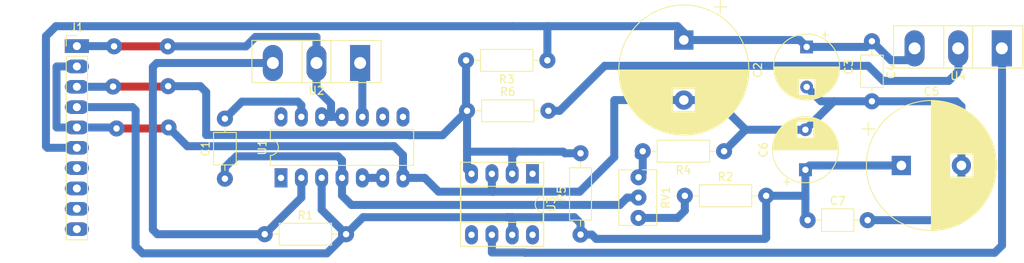
<source format=kicad_pcb>
(kicad_pcb (version 20171130) (host pcbnew "(5.1.2-1)-1")

  (general
    (thickness 1.6)
    (drawings 0)
    (tracks 177)
    (zones 0)
    (modules 19)
    (nets 15)
  )

  (page A4)
  (layers
    (0 F.Cu signal)
    (31 B.Cu signal)
    (32 B.Adhes user)
    (33 F.Adhes user)
    (34 B.Paste user)
    (35 F.Paste user)
    (36 B.SilkS user)
    (37 F.SilkS user hide)
    (38 B.Mask user)
    (39 F.Mask user)
    (40 Dwgs.User user)
    (41 Cmts.User user)
    (42 Eco1.User user)
    (43 Eco2.User user)
    (44 Edge.Cuts user)
    (45 Margin user)
    (46 B.CrtYd user hide)
    (47 F.CrtYd user hide)
    (48 B.Fab user)
    (49 F.Fab user)
  )

  (setup
    (last_trace_width 1)
    (user_trace_width 0.75)
    (user_trace_width 1)
    (trace_clearance 0.2)
    (zone_clearance 0.508)
    (zone_45_only no)
    (trace_min 0.2)
    (via_size 0.8)
    (via_drill 0.4)
    (via_min_size 0.4)
    (via_min_drill 0.3)
    (user_via 2 0.8)
    (uvia_size 0.3)
    (uvia_drill 0.1)
    (uvias_allowed no)
    (uvia_min_size 0.2)
    (uvia_min_drill 0.1)
    (edge_width 0.05)
    (segment_width 0.2)
    (pcb_text_width 0.3)
    (pcb_text_size 1.5 1.5)
    (mod_edge_width 0.12)
    (mod_text_size 1 1)
    (mod_text_width 0.15)
    (pad_size 1.524 1.524)
    (pad_drill 0.762)
    (pad_to_mask_clearance 0.051)
    (solder_mask_min_width 0.25)
    (aux_axis_origin 0 0)
    (visible_elements FFFFFF7F)
    (pcbplotparams
      (layerselection 0x010fc_ffffffff)
      (usegerberextensions false)
      (usegerberattributes false)
      (usegerberadvancedattributes false)
      (creategerberjobfile false)
      (excludeedgelayer true)
      (linewidth 0.100000)
      (plotframeref false)
      (viasonmask false)
      (mode 1)
      (useauxorigin false)
      (hpglpennumber 1)
      (hpglpenspeed 20)
      (hpglpendiameter 15.000000)
      (psnegative false)
      (psa4output false)
      (plotreference true)
      (plotvalue true)
      (plotinvisibletext false)
      (padsonsilk false)
      (subtractmaskfromsilk false)
      (outputformat 1)
      (mirror false)
      (drillshape 1)
      (scaleselection 1)
      (outputdirectory ""))
  )

  (net 0 "")
  (net 1 "Net-(C1-Pad1)")
  (net 2 "Net-(C1-Pad2)")
  (net 3 -8V)
  (net 4 GND)
  (net 5 +7.5V)
  (net 6 +15V)
  (net 7 -15V)
  (net 8 "Net-(R1-Pad1)")
  (net 9 "Net-(R2-Pad1)")
  (net 10 "Net-(R4-Pad2)")
  (net 11 "Net-(R6-Pad2)")
  (net 12 "Net-(U1-Pad10)")
  (net 13 "Net-(U1-Pad5)")
  (net 14 "Net-(U3-Pad6)")

  (net_class Default "Ceci est la Netclass par défaut."
    (clearance 0.2)
    (trace_width 0.25)
    (via_dia 0.8)
    (via_drill 0.4)
    (uvia_dia 0.3)
    (uvia_drill 0.1)
    (add_net +15V)
    (add_net +7.5V)
    (add_net -15V)
    (add_net -8V)
    (add_net GND)
    (add_net "Net-(C1-Pad1)")
    (add_net "Net-(C1-Pad2)")
    (add_net "Net-(R1-Pad1)")
    (add_net "Net-(R2-Pad1)")
    (add_net "Net-(R4-Pad2)")
    (add_net "Net-(R6-Pad2)")
    (add_net "Net-(U1-Pad10)")
    (add_net "Net-(U1-Pad5)")
    (add_net "Net-(U3-Pad6)")
  )

  (module Capacitor_THT:C_Axial_L3.8mm_D2.6mm_P7.50mm_Horizontal (layer F.Cu) (tedit 644A3EE2) (tstamp 644BC03E)
    (at 49.53 97.0534 90)
    (descr "C, Axial series, Axial, Horizontal, pin pitch=7.5mm, , length*diameter=3.8*2.6mm^2, http://www.vishay.com/docs/45231/arseries.pdf")
    (tags "C Axial series Axial Horizontal pin pitch 7.5mm  length 3.8mm diameter 2.6mm")
    (path /6467B642)
    (fp_text reference C1 (at 3.75 -2.42 90) (layer F.SilkS)
      (effects (font (size 1 1) (thickness 0.15)))
    )
    (fp_text value C (at 3.75 2.42 90) (layer F.Fab)
      (effects (font (size 1 1) (thickness 0.15)))
    )
    (fp_line (start 1.85 -1.3) (end 1.85 1.3) (layer F.Fab) (width 0.1))
    (fp_line (start 1.85 1.3) (end 5.65 1.3) (layer F.Fab) (width 0.1))
    (fp_line (start 5.65 1.3) (end 5.65 -1.3) (layer F.Fab) (width 0.1))
    (fp_line (start 5.65 -1.3) (end 1.85 -1.3) (layer F.Fab) (width 0.1))
    (fp_line (start 0 0) (end 1.85 0) (layer F.Fab) (width 0.1))
    (fp_line (start 7.5 0) (end 5.65 0) (layer F.Fab) (width 0.1))
    (fp_line (start 1.73 -1.42) (end 1.73 1.42) (layer F.SilkS) (width 0.12))
    (fp_line (start 1.73 1.42) (end 5.77 1.42) (layer F.SilkS) (width 0.12))
    (fp_line (start 5.77 1.42) (end 5.77 -1.42) (layer F.SilkS) (width 0.12))
    (fp_line (start 5.77 -1.42) (end 1.73 -1.42) (layer F.SilkS) (width 0.12))
    (fp_line (start 1.04 0) (end 1.73 0) (layer F.SilkS) (width 0.12))
    (fp_line (start 6.46 0) (end 5.77 0) (layer F.SilkS) (width 0.12))
    (fp_line (start -1.05 -1.55) (end -1.05 1.55) (layer F.CrtYd) (width 0.05))
    (fp_line (start -1.05 1.55) (end 8.55 1.55) (layer F.CrtYd) (width 0.05))
    (fp_line (start 8.55 1.55) (end 8.55 -1.55) (layer F.CrtYd) (width 0.05))
    (fp_line (start 8.55 -1.55) (end -1.05 -1.55) (layer F.CrtYd) (width 0.05))
    (fp_text user %R (at 3.75 0 90) (layer F.Fab)
      (effects (font (size 0.76 0.76) (thickness 0.114)))
    )
    (pad 1 thru_hole circle (at 0 0 90) (size 2 2) (drill 0.8) (layers *.Cu *.Mask)
      (net 1 "Net-(C1-Pad1)"))
    (pad 2 thru_hole oval (at 7.5 0 90) (size 2 2) (drill 0.8) (layers *.Cu *.Mask)
      (net 2 "Net-(C1-Pad2)"))
    (model ${KISYS3DMOD}/Capacitor_THT.3dshapes/C_Axial_L3.8mm_D2.6mm_P7.50mm_Horizontal.wrl
      (at (xyz 0 0 0))
      (scale (xyz 1 1 1))
      (rotate (xyz 0 0 0))
    )
  )

  (module Capacitor_THT:CP_Radial_D16.0mm_P7.50mm (layer F.Cu) (tedit 5AE50EF1) (tstamp 644BC15F)
    (at 106.8578 79.7306 270)
    (descr "CP, Radial series, Radial, pin pitch=7.50mm, , diameter=16mm, Electrolytic Capacitor")
    (tags "CP Radial series Radial pin pitch 7.50mm  diameter 16mm Electrolytic Capacitor")
    (path /64681B2B)
    (fp_text reference C2 (at 3.75 -9.25 90) (layer F.SilkS)
      (effects (font (size 1 1) (thickness 0.15)))
    )
    (fp_text value C_Polarized (at 3.75 9.25 90) (layer F.Fab)
      (effects (font (size 1 1) (thickness 0.15)))
    )
    (fp_circle (center 3.75 0) (end 11.75 0) (layer F.Fab) (width 0.1))
    (fp_circle (center 3.75 0) (end 11.87 0) (layer F.SilkS) (width 0.12))
    (fp_circle (center 3.75 0) (end 12 0) (layer F.CrtYd) (width 0.05))
    (fp_line (start -3.125168 -3.5075) (end -1.525168 -3.5075) (layer F.Fab) (width 0.1))
    (fp_line (start -2.325168 -4.3075) (end -2.325168 -2.7075) (layer F.Fab) (width 0.1))
    (fp_line (start 3.75 -8.081) (end 3.75 8.081) (layer F.SilkS) (width 0.12))
    (fp_line (start 3.79 -8.08) (end 3.79 8.08) (layer F.SilkS) (width 0.12))
    (fp_line (start 3.83 -8.08) (end 3.83 8.08) (layer F.SilkS) (width 0.12))
    (fp_line (start 3.87 -8.08) (end 3.87 8.08) (layer F.SilkS) (width 0.12))
    (fp_line (start 3.91 -8.079) (end 3.91 8.079) (layer F.SilkS) (width 0.12))
    (fp_line (start 3.95 -8.078) (end 3.95 8.078) (layer F.SilkS) (width 0.12))
    (fp_line (start 3.99 -8.077) (end 3.99 8.077) (layer F.SilkS) (width 0.12))
    (fp_line (start 4.03 -8.076) (end 4.03 8.076) (layer F.SilkS) (width 0.12))
    (fp_line (start 4.07 -8.074) (end 4.07 8.074) (layer F.SilkS) (width 0.12))
    (fp_line (start 4.11 -8.073) (end 4.11 8.073) (layer F.SilkS) (width 0.12))
    (fp_line (start 4.15 -8.071) (end 4.15 8.071) (layer F.SilkS) (width 0.12))
    (fp_line (start 4.19 -8.069) (end 4.19 8.069) (layer F.SilkS) (width 0.12))
    (fp_line (start 4.23 -8.066) (end 4.23 8.066) (layer F.SilkS) (width 0.12))
    (fp_line (start 4.27 -8.064) (end 4.27 8.064) (layer F.SilkS) (width 0.12))
    (fp_line (start 4.31 -8.061) (end 4.31 8.061) (layer F.SilkS) (width 0.12))
    (fp_line (start 4.35 -8.058) (end 4.35 8.058) (layer F.SilkS) (width 0.12))
    (fp_line (start 4.39 -8.055) (end 4.39 8.055) (layer F.SilkS) (width 0.12))
    (fp_line (start 4.43 -8.052) (end 4.43 8.052) (layer F.SilkS) (width 0.12))
    (fp_line (start 4.471 -8.049) (end 4.471 8.049) (layer F.SilkS) (width 0.12))
    (fp_line (start 4.511 -8.045) (end 4.511 8.045) (layer F.SilkS) (width 0.12))
    (fp_line (start 4.551 -8.041) (end 4.551 8.041) (layer F.SilkS) (width 0.12))
    (fp_line (start 4.591 -8.037) (end 4.591 8.037) (layer F.SilkS) (width 0.12))
    (fp_line (start 4.631 -8.033) (end 4.631 8.033) (layer F.SilkS) (width 0.12))
    (fp_line (start 4.671 -8.028) (end 4.671 8.028) (layer F.SilkS) (width 0.12))
    (fp_line (start 4.711 -8.024) (end 4.711 8.024) (layer F.SilkS) (width 0.12))
    (fp_line (start 4.751 -8.019) (end 4.751 8.019) (layer F.SilkS) (width 0.12))
    (fp_line (start 4.791 -8.014) (end 4.791 8.014) (layer F.SilkS) (width 0.12))
    (fp_line (start 4.831 -8.008) (end 4.831 8.008) (layer F.SilkS) (width 0.12))
    (fp_line (start 4.871 -8.003) (end 4.871 8.003) (layer F.SilkS) (width 0.12))
    (fp_line (start 4.911 -7.997) (end 4.911 7.997) (layer F.SilkS) (width 0.12))
    (fp_line (start 4.951 -7.991) (end 4.951 7.991) (layer F.SilkS) (width 0.12))
    (fp_line (start 4.991 -7.985) (end 4.991 7.985) (layer F.SilkS) (width 0.12))
    (fp_line (start 5.031 -7.979) (end 5.031 7.979) (layer F.SilkS) (width 0.12))
    (fp_line (start 5.071 -7.972) (end 5.071 7.972) (layer F.SilkS) (width 0.12))
    (fp_line (start 5.111 -7.966) (end 5.111 7.966) (layer F.SilkS) (width 0.12))
    (fp_line (start 5.151 -7.959) (end 5.151 7.959) (layer F.SilkS) (width 0.12))
    (fp_line (start 5.191 -7.952) (end 5.191 7.952) (layer F.SilkS) (width 0.12))
    (fp_line (start 5.231 -7.944) (end 5.231 7.944) (layer F.SilkS) (width 0.12))
    (fp_line (start 5.271 -7.937) (end 5.271 7.937) (layer F.SilkS) (width 0.12))
    (fp_line (start 5.311 -7.929) (end 5.311 7.929) (layer F.SilkS) (width 0.12))
    (fp_line (start 5.351 -7.921) (end 5.351 7.921) (layer F.SilkS) (width 0.12))
    (fp_line (start 5.391 -7.913) (end 5.391 7.913) (layer F.SilkS) (width 0.12))
    (fp_line (start 5.431 -7.905) (end 5.431 7.905) (layer F.SilkS) (width 0.12))
    (fp_line (start 5.471 -7.896) (end 5.471 7.896) (layer F.SilkS) (width 0.12))
    (fp_line (start 5.511 -7.887) (end 5.511 7.887) (layer F.SilkS) (width 0.12))
    (fp_line (start 5.551 -7.878) (end 5.551 7.878) (layer F.SilkS) (width 0.12))
    (fp_line (start 5.591 -7.869) (end 5.591 7.869) (layer F.SilkS) (width 0.12))
    (fp_line (start 5.631 -7.86) (end 5.631 7.86) (layer F.SilkS) (width 0.12))
    (fp_line (start 5.671 -7.85) (end 5.671 7.85) (layer F.SilkS) (width 0.12))
    (fp_line (start 5.711 -7.84) (end 5.711 7.84) (layer F.SilkS) (width 0.12))
    (fp_line (start 5.751 -7.83) (end 5.751 7.83) (layer F.SilkS) (width 0.12))
    (fp_line (start 5.791 -7.82) (end 5.791 7.82) (layer F.SilkS) (width 0.12))
    (fp_line (start 5.831 -7.81) (end 5.831 7.81) (layer F.SilkS) (width 0.12))
    (fp_line (start 5.871 -7.799) (end 5.871 7.799) (layer F.SilkS) (width 0.12))
    (fp_line (start 5.911 -7.788) (end 5.911 7.788) (layer F.SilkS) (width 0.12))
    (fp_line (start 5.951 -7.777) (end 5.951 7.777) (layer F.SilkS) (width 0.12))
    (fp_line (start 5.991 -7.765) (end 5.991 7.765) (layer F.SilkS) (width 0.12))
    (fp_line (start 6.031 -7.754) (end 6.031 7.754) (layer F.SilkS) (width 0.12))
    (fp_line (start 6.071 -7.742) (end 6.071 -1.44) (layer F.SilkS) (width 0.12))
    (fp_line (start 6.071 1.44) (end 6.071 7.742) (layer F.SilkS) (width 0.12))
    (fp_line (start 6.111 -7.73) (end 6.111 -1.44) (layer F.SilkS) (width 0.12))
    (fp_line (start 6.111 1.44) (end 6.111 7.73) (layer F.SilkS) (width 0.12))
    (fp_line (start 6.151 -7.718) (end 6.151 -1.44) (layer F.SilkS) (width 0.12))
    (fp_line (start 6.151 1.44) (end 6.151 7.718) (layer F.SilkS) (width 0.12))
    (fp_line (start 6.191 -7.705) (end 6.191 -1.44) (layer F.SilkS) (width 0.12))
    (fp_line (start 6.191 1.44) (end 6.191 7.705) (layer F.SilkS) (width 0.12))
    (fp_line (start 6.231 -7.693) (end 6.231 -1.44) (layer F.SilkS) (width 0.12))
    (fp_line (start 6.231 1.44) (end 6.231 7.693) (layer F.SilkS) (width 0.12))
    (fp_line (start 6.271 -7.68) (end 6.271 -1.44) (layer F.SilkS) (width 0.12))
    (fp_line (start 6.271 1.44) (end 6.271 7.68) (layer F.SilkS) (width 0.12))
    (fp_line (start 6.311 -7.666) (end 6.311 -1.44) (layer F.SilkS) (width 0.12))
    (fp_line (start 6.311 1.44) (end 6.311 7.666) (layer F.SilkS) (width 0.12))
    (fp_line (start 6.351 -7.653) (end 6.351 -1.44) (layer F.SilkS) (width 0.12))
    (fp_line (start 6.351 1.44) (end 6.351 7.653) (layer F.SilkS) (width 0.12))
    (fp_line (start 6.391 -7.639) (end 6.391 -1.44) (layer F.SilkS) (width 0.12))
    (fp_line (start 6.391 1.44) (end 6.391 7.639) (layer F.SilkS) (width 0.12))
    (fp_line (start 6.431 -7.625) (end 6.431 -1.44) (layer F.SilkS) (width 0.12))
    (fp_line (start 6.431 1.44) (end 6.431 7.625) (layer F.SilkS) (width 0.12))
    (fp_line (start 6.471 -7.611) (end 6.471 -1.44) (layer F.SilkS) (width 0.12))
    (fp_line (start 6.471 1.44) (end 6.471 7.611) (layer F.SilkS) (width 0.12))
    (fp_line (start 6.511 -7.597) (end 6.511 -1.44) (layer F.SilkS) (width 0.12))
    (fp_line (start 6.511 1.44) (end 6.511 7.597) (layer F.SilkS) (width 0.12))
    (fp_line (start 6.551 -7.582) (end 6.551 -1.44) (layer F.SilkS) (width 0.12))
    (fp_line (start 6.551 1.44) (end 6.551 7.582) (layer F.SilkS) (width 0.12))
    (fp_line (start 6.591 -7.568) (end 6.591 -1.44) (layer F.SilkS) (width 0.12))
    (fp_line (start 6.591 1.44) (end 6.591 7.568) (layer F.SilkS) (width 0.12))
    (fp_line (start 6.631 -7.553) (end 6.631 -1.44) (layer F.SilkS) (width 0.12))
    (fp_line (start 6.631 1.44) (end 6.631 7.553) (layer F.SilkS) (width 0.12))
    (fp_line (start 6.671 -7.537) (end 6.671 -1.44) (layer F.SilkS) (width 0.12))
    (fp_line (start 6.671 1.44) (end 6.671 7.537) (layer F.SilkS) (width 0.12))
    (fp_line (start 6.711 -7.522) (end 6.711 -1.44) (layer F.SilkS) (width 0.12))
    (fp_line (start 6.711 1.44) (end 6.711 7.522) (layer F.SilkS) (width 0.12))
    (fp_line (start 6.751 -7.506) (end 6.751 -1.44) (layer F.SilkS) (width 0.12))
    (fp_line (start 6.751 1.44) (end 6.751 7.506) (layer F.SilkS) (width 0.12))
    (fp_line (start 6.791 -7.49) (end 6.791 -1.44) (layer F.SilkS) (width 0.12))
    (fp_line (start 6.791 1.44) (end 6.791 7.49) (layer F.SilkS) (width 0.12))
    (fp_line (start 6.831 -7.474) (end 6.831 -1.44) (layer F.SilkS) (width 0.12))
    (fp_line (start 6.831 1.44) (end 6.831 7.474) (layer F.SilkS) (width 0.12))
    (fp_line (start 6.871 -7.457) (end 6.871 -1.44) (layer F.SilkS) (width 0.12))
    (fp_line (start 6.871 1.44) (end 6.871 7.457) (layer F.SilkS) (width 0.12))
    (fp_line (start 6.911 -7.44) (end 6.911 -1.44) (layer F.SilkS) (width 0.12))
    (fp_line (start 6.911 1.44) (end 6.911 7.44) (layer F.SilkS) (width 0.12))
    (fp_line (start 6.951 -7.423) (end 6.951 -1.44) (layer F.SilkS) (width 0.12))
    (fp_line (start 6.951 1.44) (end 6.951 7.423) (layer F.SilkS) (width 0.12))
    (fp_line (start 6.991 -7.406) (end 6.991 -1.44) (layer F.SilkS) (width 0.12))
    (fp_line (start 6.991 1.44) (end 6.991 7.406) (layer F.SilkS) (width 0.12))
    (fp_line (start 7.031 -7.389) (end 7.031 -1.44) (layer F.SilkS) (width 0.12))
    (fp_line (start 7.031 1.44) (end 7.031 7.389) (layer F.SilkS) (width 0.12))
    (fp_line (start 7.071 -7.371) (end 7.071 -1.44) (layer F.SilkS) (width 0.12))
    (fp_line (start 7.071 1.44) (end 7.071 7.371) (layer F.SilkS) (width 0.12))
    (fp_line (start 7.111 -7.353) (end 7.111 -1.44) (layer F.SilkS) (width 0.12))
    (fp_line (start 7.111 1.44) (end 7.111 7.353) (layer F.SilkS) (width 0.12))
    (fp_line (start 7.151 -7.334) (end 7.151 -1.44) (layer F.SilkS) (width 0.12))
    (fp_line (start 7.151 1.44) (end 7.151 7.334) (layer F.SilkS) (width 0.12))
    (fp_line (start 7.191 -7.316) (end 7.191 -1.44) (layer F.SilkS) (width 0.12))
    (fp_line (start 7.191 1.44) (end 7.191 7.316) (layer F.SilkS) (width 0.12))
    (fp_line (start 7.231 -7.297) (end 7.231 -1.44) (layer F.SilkS) (width 0.12))
    (fp_line (start 7.231 1.44) (end 7.231 7.297) (layer F.SilkS) (width 0.12))
    (fp_line (start 7.271 -7.278) (end 7.271 -1.44) (layer F.SilkS) (width 0.12))
    (fp_line (start 7.271 1.44) (end 7.271 7.278) (layer F.SilkS) (width 0.12))
    (fp_line (start 7.311 -7.258) (end 7.311 -1.44) (layer F.SilkS) (width 0.12))
    (fp_line (start 7.311 1.44) (end 7.311 7.258) (layer F.SilkS) (width 0.12))
    (fp_line (start 7.351 -7.239) (end 7.351 -1.44) (layer F.SilkS) (width 0.12))
    (fp_line (start 7.351 1.44) (end 7.351 7.239) (layer F.SilkS) (width 0.12))
    (fp_line (start 7.391 -7.219) (end 7.391 -1.44) (layer F.SilkS) (width 0.12))
    (fp_line (start 7.391 1.44) (end 7.391 7.219) (layer F.SilkS) (width 0.12))
    (fp_line (start 7.431 -7.199) (end 7.431 -1.44) (layer F.SilkS) (width 0.12))
    (fp_line (start 7.431 1.44) (end 7.431 7.199) (layer F.SilkS) (width 0.12))
    (fp_line (start 7.471 -7.178) (end 7.471 -1.44) (layer F.SilkS) (width 0.12))
    (fp_line (start 7.471 1.44) (end 7.471 7.178) (layer F.SilkS) (width 0.12))
    (fp_line (start 7.511 -7.157) (end 7.511 -1.44) (layer F.SilkS) (width 0.12))
    (fp_line (start 7.511 1.44) (end 7.511 7.157) (layer F.SilkS) (width 0.12))
    (fp_line (start 7.551 -7.136) (end 7.551 -1.44) (layer F.SilkS) (width 0.12))
    (fp_line (start 7.551 1.44) (end 7.551 7.136) (layer F.SilkS) (width 0.12))
    (fp_line (start 7.591 -7.115) (end 7.591 -1.44) (layer F.SilkS) (width 0.12))
    (fp_line (start 7.591 1.44) (end 7.591 7.115) (layer F.SilkS) (width 0.12))
    (fp_line (start 7.631 -7.094) (end 7.631 -1.44) (layer F.SilkS) (width 0.12))
    (fp_line (start 7.631 1.44) (end 7.631 7.094) (layer F.SilkS) (width 0.12))
    (fp_line (start 7.671 -7.072) (end 7.671 -1.44) (layer F.SilkS) (width 0.12))
    (fp_line (start 7.671 1.44) (end 7.671 7.072) (layer F.SilkS) (width 0.12))
    (fp_line (start 7.711 -7.049) (end 7.711 -1.44) (layer F.SilkS) (width 0.12))
    (fp_line (start 7.711 1.44) (end 7.711 7.049) (layer F.SilkS) (width 0.12))
    (fp_line (start 7.751 -7.027) (end 7.751 -1.44) (layer F.SilkS) (width 0.12))
    (fp_line (start 7.751 1.44) (end 7.751 7.027) (layer F.SilkS) (width 0.12))
    (fp_line (start 7.791 -7.004) (end 7.791 -1.44) (layer F.SilkS) (width 0.12))
    (fp_line (start 7.791 1.44) (end 7.791 7.004) (layer F.SilkS) (width 0.12))
    (fp_line (start 7.831 -6.981) (end 7.831 -1.44) (layer F.SilkS) (width 0.12))
    (fp_line (start 7.831 1.44) (end 7.831 6.981) (layer F.SilkS) (width 0.12))
    (fp_line (start 7.871 -6.958) (end 7.871 -1.44) (layer F.SilkS) (width 0.12))
    (fp_line (start 7.871 1.44) (end 7.871 6.958) (layer F.SilkS) (width 0.12))
    (fp_line (start 7.911 -6.934) (end 7.911 -1.44) (layer F.SilkS) (width 0.12))
    (fp_line (start 7.911 1.44) (end 7.911 6.934) (layer F.SilkS) (width 0.12))
    (fp_line (start 7.951 -6.91) (end 7.951 -1.44) (layer F.SilkS) (width 0.12))
    (fp_line (start 7.951 1.44) (end 7.951 6.91) (layer F.SilkS) (width 0.12))
    (fp_line (start 7.991 -6.886) (end 7.991 -1.44) (layer F.SilkS) (width 0.12))
    (fp_line (start 7.991 1.44) (end 7.991 6.886) (layer F.SilkS) (width 0.12))
    (fp_line (start 8.031 -6.861) (end 8.031 -1.44) (layer F.SilkS) (width 0.12))
    (fp_line (start 8.031 1.44) (end 8.031 6.861) (layer F.SilkS) (width 0.12))
    (fp_line (start 8.071 -6.836) (end 8.071 -1.44) (layer F.SilkS) (width 0.12))
    (fp_line (start 8.071 1.44) (end 8.071 6.836) (layer F.SilkS) (width 0.12))
    (fp_line (start 8.111 -6.811) (end 8.111 -1.44) (layer F.SilkS) (width 0.12))
    (fp_line (start 8.111 1.44) (end 8.111 6.811) (layer F.SilkS) (width 0.12))
    (fp_line (start 8.151 -6.785) (end 8.151 -1.44) (layer F.SilkS) (width 0.12))
    (fp_line (start 8.151 1.44) (end 8.151 6.785) (layer F.SilkS) (width 0.12))
    (fp_line (start 8.191 -6.759) (end 8.191 -1.44) (layer F.SilkS) (width 0.12))
    (fp_line (start 8.191 1.44) (end 8.191 6.759) (layer F.SilkS) (width 0.12))
    (fp_line (start 8.231 -6.733) (end 8.231 -1.44) (layer F.SilkS) (width 0.12))
    (fp_line (start 8.231 1.44) (end 8.231 6.733) (layer F.SilkS) (width 0.12))
    (fp_line (start 8.271 -6.706) (end 8.271 -1.44) (layer F.SilkS) (width 0.12))
    (fp_line (start 8.271 1.44) (end 8.271 6.706) (layer F.SilkS) (width 0.12))
    (fp_line (start 8.311 -6.679) (end 8.311 -1.44) (layer F.SilkS) (width 0.12))
    (fp_line (start 8.311 1.44) (end 8.311 6.679) (layer F.SilkS) (width 0.12))
    (fp_line (start 8.351 -6.652) (end 8.351 -1.44) (layer F.SilkS) (width 0.12))
    (fp_line (start 8.351 1.44) (end 8.351 6.652) (layer F.SilkS) (width 0.12))
    (fp_line (start 8.391 -6.624) (end 8.391 -1.44) (layer F.SilkS) (width 0.12))
    (fp_line (start 8.391 1.44) (end 8.391 6.624) (layer F.SilkS) (width 0.12))
    (fp_line (start 8.431 -6.596) (end 8.431 -1.44) (layer F.SilkS) (width 0.12))
    (fp_line (start 8.431 1.44) (end 8.431 6.596) (layer F.SilkS) (width 0.12))
    (fp_line (start 8.471 -6.568) (end 8.471 -1.44) (layer F.SilkS) (width 0.12))
    (fp_line (start 8.471 1.44) (end 8.471 6.568) (layer F.SilkS) (width 0.12))
    (fp_line (start 8.511 -6.539) (end 8.511 -1.44) (layer F.SilkS) (width 0.12))
    (fp_line (start 8.511 1.44) (end 8.511 6.539) (layer F.SilkS) (width 0.12))
    (fp_line (start 8.551 -6.51) (end 8.551 -1.44) (layer F.SilkS) (width 0.12))
    (fp_line (start 8.551 1.44) (end 8.551 6.51) (layer F.SilkS) (width 0.12))
    (fp_line (start 8.591 -6.48) (end 8.591 -1.44) (layer F.SilkS) (width 0.12))
    (fp_line (start 8.591 1.44) (end 8.591 6.48) (layer F.SilkS) (width 0.12))
    (fp_line (start 8.631 -6.45) (end 8.631 -1.44) (layer F.SilkS) (width 0.12))
    (fp_line (start 8.631 1.44) (end 8.631 6.45) (layer F.SilkS) (width 0.12))
    (fp_line (start 8.671 -6.42) (end 8.671 -1.44) (layer F.SilkS) (width 0.12))
    (fp_line (start 8.671 1.44) (end 8.671 6.42) (layer F.SilkS) (width 0.12))
    (fp_line (start 8.711 -6.39) (end 8.711 -1.44) (layer F.SilkS) (width 0.12))
    (fp_line (start 8.711 1.44) (end 8.711 6.39) (layer F.SilkS) (width 0.12))
    (fp_line (start 8.751 -6.358) (end 8.751 -1.44) (layer F.SilkS) (width 0.12))
    (fp_line (start 8.751 1.44) (end 8.751 6.358) (layer F.SilkS) (width 0.12))
    (fp_line (start 8.791 -6.327) (end 8.791 -1.44) (layer F.SilkS) (width 0.12))
    (fp_line (start 8.791 1.44) (end 8.791 6.327) (layer F.SilkS) (width 0.12))
    (fp_line (start 8.831 -6.295) (end 8.831 -1.44) (layer F.SilkS) (width 0.12))
    (fp_line (start 8.831 1.44) (end 8.831 6.295) (layer F.SilkS) (width 0.12))
    (fp_line (start 8.871 -6.263) (end 8.871 -1.44) (layer F.SilkS) (width 0.12))
    (fp_line (start 8.871 1.44) (end 8.871 6.263) (layer F.SilkS) (width 0.12))
    (fp_line (start 8.911 -6.23) (end 8.911 -1.44) (layer F.SilkS) (width 0.12))
    (fp_line (start 8.911 1.44) (end 8.911 6.23) (layer F.SilkS) (width 0.12))
    (fp_line (start 8.951 -6.197) (end 8.951 6.197) (layer F.SilkS) (width 0.12))
    (fp_line (start 8.991 -6.163) (end 8.991 6.163) (layer F.SilkS) (width 0.12))
    (fp_line (start 9.031 -6.129) (end 9.031 6.129) (layer F.SilkS) (width 0.12))
    (fp_line (start 9.071 -6.095) (end 9.071 6.095) (layer F.SilkS) (width 0.12))
    (fp_line (start 9.111 -6.06) (end 9.111 6.06) (layer F.SilkS) (width 0.12))
    (fp_line (start 9.151 -6.025) (end 9.151 6.025) (layer F.SilkS) (width 0.12))
    (fp_line (start 9.191 -5.989) (end 9.191 5.989) (layer F.SilkS) (width 0.12))
    (fp_line (start 9.231 -5.952) (end 9.231 5.952) (layer F.SilkS) (width 0.12))
    (fp_line (start 9.271 -5.916) (end 9.271 5.916) (layer F.SilkS) (width 0.12))
    (fp_line (start 9.311 -5.878) (end 9.311 5.878) (layer F.SilkS) (width 0.12))
    (fp_line (start 9.351 -5.84) (end 9.351 5.84) (layer F.SilkS) (width 0.12))
    (fp_line (start 9.391 -5.802) (end 9.391 5.802) (layer F.SilkS) (width 0.12))
    (fp_line (start 9.431 -5.763) (end 9.431 5.763) (layer F.SilkS) (width 0.12))
    (fp_line (start 9.471 -5.724) (end 9.471 5.724) (layer F.SilkS) (width 0.12))
    (fp_line (start 9.511 -5.684) (end 9.511 5.684) (layer F.SilkS) (width 0.12))
    (fp_line (start 9.551 -5.643) (end 9.551 5.643) (layer F.SilkS) (width 0.12))
    (fp_line (start 9.591 -5.602) (end 9.591 5.602) (layer F.SilkS) (width 0.12))
    (fp_line (start 9.631 -5.56) (end 9.631 5.56) (layer F.SilkS) (width 0.12))
    (fp_line (start 9.671 -5.518) (end 9.671 5.518) (layer F.SilkS) (width 0.12))
    (fp_line (start 9.711 -5.475) (end 9.711 5.475) (layer F.SilkS) (width 0.12))
    (fp_line (start 9.751 -5.432) (end 9.751 5.432) (layer F.SilkS) (width 0.12))
    (fp_line (start 9.791 -5.388) (end 9.791 5.388) (layer F.SilkS) (width 0.12))
    (fp_line (start 9.831 -5.343) (end 9.831 5.343) (layer F.SilkS) (width 0.12))
    (fp_line (start 9.871 -5.297) (end 9.871 5.297) (layer F.SilkS) (width 0.12))
    (fp_line (start 9.911 -5.251) (end 9.911 5.251) (layer F.SilkS) (width 0.12))
    (fp_line (start 9.951 -5.204) (end 9.951 5.204) (layer F.SilkS) (width 0.12))
    (fp_line (start 9.991 -5.156) (end 9.991 5.156) (layer F.SilkS) (width 0.12))
    (fp_line (start 10.031 -5.108) (end 10.031 5.108) (layer F.SilkS) (width 0.12))
    (fp_line (start 10.071 -5.059) (end 10.071 5.059) (layer F.SilkS) (width 0.12))
    (fp_line (start 10.111 -5.009) (end 10.111 5.009) (layer F.SilkS) (width 0.12))
    (fp_line (start 10.151 -4.958) (end 10.151 4.958) (layer F.SilkS) (width 0.12))
    (fp_line (start 10.191 -4.906) (end 10.191 4.906) (layer F.SilkS) (width 0.12))
    (fp_line (start 10.231 -4.854) (end 10.231 4.854) (layer F.SilkS) (width 0.12))
    (fp_line (start 10.271 -4.8) (end 10.271 4.8) (layer F.SilkS) (width 0.12))
    (fp_line (start 10.311 -4.746) (end 10.311 4.746) (layer F.SilkS) (width 0.12))
    (fp_line (start 10.351 -4.691) (end 10.351 4.691) (layer F.SilkS) (width 0.12))
    (fp_line (start 10.391 -4.634) (end 10.391 4.634) (layer F.SilkS) (width 0.12))
    (fp_line (start 10.431 -4.577) (end 10.431 4.577) (layer F.SilkS) (width 0.12))
    (fp_line (start 10.471 -4.519) (end 10.471 4.519) (layer F.SilkS) (width 0.12))
    (fp_line (start 10.511 -4.459) (end 10.511 4.459) (layer F.SilkS) (width 0.12))
    (fp_line (start 10.551 -4.398) (end 10.551 4.398) (layer F.SilkS) (width 0.12))
    (fp_line (start 10.591 -4.336) (end 10.591 4.336) (layer F.SilkS) (width 0.12))
    (fp_line (start 10.631 -4.273) (end 10.631 4.273) (layer F.SilkS) (width 0.12))
    (fp_line (start 10.671 -4.209) (end 10.671 4.209) (layer F.SilkS) (width 0.12))
    (fp_line (start 10.711 -4.143) (end 10.711 4.143) (layer F.SilkS) (width 0.12))
    (fp_line (start 10.751 -4.076) (end 10.751 4.076) (layer F.SilkS) (width 0.12))
    (fp_line (start 10.791 -4.007) (end 10.791 4.007) (layer F.SilkS) (width 0.12))
    (fp_line (start 10.831 -3.936) (end 10.831 3.936) (layer F.SilkS) (width 0.12))
    (fp_line (start 10.871 -3.864) (end 10.871 3.864) (layer F.SilkS) (width 0.12))
    (fp_line (start 10.911 -3.79) (end 10.911 3.79) (layer F.SilkS) (width 0.12))
    (fp_line (start 10.951 -3.715) (end 10.951 3.715) (layer F.SilkS) (width 0.12))
    (fp_line (start 10.991 -3.637) (end 10.991 3.637) (layer F.SilkS) (width 0.12))
    (fp_line (start 11.031 -3.557) (end 11.031 3.557) (layer F.SilkS) (width 0.12))
    (fp_line (start 11.071 -3.475) (end 11.071 3.475) (layer F.SilkS) (width 0.12))
    (fp_line (start 11.111 -3.39) (end 11.111 3.39) (layer F.SilkS) (width 0.12))
    (fp_line (start 11.151 -3.303) (end 11.151 3.303) (layer F.SilkS) (width 0.12))
    (fp_line (start 11.191 -3.213) (end 11.191 3.213) (layer F.SilkS) (width 0.12))
    (fp_line (start 11.231 -3.12) (end 11.231 3.12) (layer F.SilkS) (width 0.12))
    (fp_line (start 11.271 -3.024) (end 11.271 3.024) (layer F.SilkS) (width 0.12))
    (fp_line (start 11.311 -2.924) (end 11.311 2.924) (layer F.SilkS) (width 0.12))
    (fp_line (start 11.351 -2.82) (end 11.351 2.82) (layer F.SilkS) (width 0.12))
    (fp_line (start 11.391 -2.711) (end 11.391 2.711) (layer F.SilkS) (width 0.12))
    (fp_line (start 11.431 -2.597) (end 11.431 2.597) (layer F.SilkS) (width 0.12))
    (fp_line (start 11.471 -2.478) (end 11.471 2.478) (layer F.SilkS) (width 0.12))
    (fp_line (start 11.511 -2.351) (end 11.511 2.351) (layer F.SilkS) (width 0.12))
    (fp_line (start 11.551 -2.218) (end 11.551 2.218) (layer F.SilkS) (width 0.12))
    (fp_line (start 11.591 -2.074) (end 11.591 2.074) (layer F.SilkS) (width 0.12))
    (fp_line (start 11.631 -1.92) (end 11.631 1.92) (layer F.SilkS) (width 0.12))
    (fp_line (start 11.671 -1.752) (end 11.671 1.752) (layer F.SilkS) (width 0.12))
    (fp_line (start 11.711 -1.564) (end 11.711 1.564) (layer F.SilkS) (width 0.12))
    (fp_line (start 11.751 -1.351) (end 11.751 1.351) (layer F.SilkS) (width 0.12))
    (fp_line (start 11.791 -1.098) (end 11.791 1.098) (layer F.SilkS) (width 0.12))
    (fp_line (start 11.831 -0.765) (end 11.831 0.765) (layer F.SilkS) (width 0.12))
    (fp_line (start -4.939491 -4.555) (end -3.339491 -4.555) (layer F.SilkS) (width 0.12))
    (fp_line (start -4.139491 -5.355) (end -4.139491 -3.755) (layer F.SilkS) (width 0.12))
    (fp_text user %R (at 3.75 0 90) (layer F.Fab)
      (effects (font (size 1 1) (thickness 0.15)))
    )
    (pad 1 thru_hole rect (at 0 0 270) (size 2.4 2.4) (drill 1.2) (layers *.Cu *.Mask)
      (net 3 -8V))
    (pad 2 thru_hole circle (at 7.5 0 270) (size 2.4 2.4) (drill 1.2) (layers *.Cu *.Mask)
      (net 4 GND))
    (model ${KISYS3DMOD}/Capacitor_THT.3dshapes/CP_Radial_D16.0mm_P7.50mm.wrl
      (at (xyz 0 0 0))
      (scale (xyz 1 1 1))
      (rotate (xyz 0 0 0))
    )
  )

  (module Capacitor_THT:CP_Radial_D8.0mm_P5.00mm (layer F.Cu) (tedit 5AE50EF0) (tstamp 644BC208)
    (at 122.1994 80.5942 270)
    (descr "CP, Radial series, Radial, pin pitch=5.00mm, , diameter=8mm, Electrolytic Capacitor")
    (tags "CP Radial series Radial pin pitch 5.00mm  diameter 8mm Electrolytic Capacitor")
    (path /646825F3)
    (fp_text reference C3 (at 2.5 -5.25 90) (layer F.SilkS)
      (effects (font (size 1 1) (thickness 0.15)))
    )
    (fp_text value C_Polarized (at 2.5 5.25 90) (layer F.Fab)
      (effects (font (size 1 1) (thickness 0.15)))
    )
    (fp_circle (center 2.5 0) (end 6.5 0) (layer F.Fab) (width 0.1))
    (fp_circle (center 2.5 0) (end 6.62 0) (layer F.SilkS) (width 0.12))
    (fp_circle (center 2.5 0) (end 6.75 0) (layer F.CrtYd) (width 0.05))
    (fp_line (start -0.926759 -1.7475) (end -0.126759 -1.7475) (layer F.Fab) (width 0.1))
    (fp_line (start -0.526759 -2.1475) (end -0.526759 -1.3475) (layer F.Fab) (width 0.1))
    (fp_line (start 2.5 -4.08) (end 2.5 4.08) (layer F.SilkS) (width 0.12))
    (fp_line (start 2.54 -4.08) (end 2.54 4.08) (layer F.SilkS) (width 0.12))
    (fp_line (start 2.58 -4.08) (end 2.58 4.08) (layer F.SilkS) (width 0.12))
    (fp_line (start 2.62 -4.079) (end 2.62 4.079) (layer F.SilkS) (width 0.12))
    (fp_line (start 2.66 -4.077) (end 2.66 4.077) (layer F.SilkS) (width 0.12))
    (fp_line (start 2.7 -4.076) (end 2.7 4.076) (layer F.SilkS) (width 0.12))
    (fp_line (start 2.74 -4.074) (end 2.74 4.074) (layer F.SilkS) (width 0.12))
    (fp_line (start 2.78 -4.071) (end 2.78 4.071) (layer F.SilkS) (width 0.12))
    (fp_line (start 2.82 -4.068) (end 2.82 4.068) (layer F.SilkS) (width 0.12))
    (fp_line (start 2.86 -4.065) (end 2.86 4.065) (layer F.SilkS) (width 0.12))
    (fp_line (start 2.9 -4.061) (end 2.9 4.061) (layer F.SilkS) (width 0.12))
    (fp_line (start 2.94 -4.057) (end 2.94 4.057) (layer F.SilkS) (width 0.12))
    (fp_line (start 2.98 -4.052) (end 2.98 4.052) (layer F.SilkS) (width 0.12))
    (fp_line (start 3.02 -4.048) (end 3.02 4.048) (layer F.SilkS) (width 0.12))
    (fp_line (start 3.06 -4.042) (end 3.06 4.042) (layer F.SilkS) (width 0.12))
    (fp_line (start 3.1 -4.037) (end 3.1 4.037) (layer F.SilkS) (width 0.12))
    (fp_line (start 3.14 -4.03) (end 3.14 4.03) (layer F.SilkS) (width 0.12))
    (fp_line (start 3.18 -4.024) (end 3.18 4.024) (layer F.SilkS) (width 0.12))
    (fp_line (start 3.221 -4.017) (end 3.221 4.017) (layer F.SilkS) (width 0.12))
    (fp_line (start 3.261 -4.01) (end 3.261 4.01) (layer F.SilkS) (width 0.12))
    (fp_line (start 3.301 -4.002) (end 3.301 4.002) (layer F.SilkS) (width 0.12))
    (fp_line (start 3.341 -3.994) (end 3.341 3.994) (layer F.SilkS) (width 0.12))
    (fp_line (start 3.381 -3.985) (end 3.381 3.985) (layer F.SilkS) (width 0.12))
    (fp_line (start 3.421 -3.976) (end 3.421 3.976) (layer F.SilkS) (width 0.12))
    (fp_line (start 3.461 -3.967) (end 3.461 3.967) (layer F.SilkS) (width 0.12))
    (fp_line (start 3.501 -3.957) (end 3.501 3.957) (layer F.SilkS) (width 0.12))
    (fp_line (start 3.541 -3.947) (end 3.541 3.947) (layer F.SilkS) (width 0.12))
    (fp_line (start 3.581 -3.936) (end 3.581 3.936) (layer F.SilkS) (width 0.12))
    (fp_line (start 3.621 -3.925) (end 3.621 3.925) (layer F.SilkS) (width 0.12))
    (fp_line (start 3.661 -3.914) (end 3.661 3.914) (layer F.SilkS) (width 0.12))
    (fp_line (start 3.701 -3.902) (end 3.701 3.902) (layer F.SilkS) (width 0.12))
    (fp_line (start 3.741 -3.889) (end 3.741 3.889) (layer F.SilkS) (width 0.12))
    (fp_line (start 3.781 -3.877) (end 3.781 3.877) (layer F.SilkS) (width 0.12))
    (fp_line (start 3.821 -3.863) (end 3.821 3.863) (layer F.SilkS) (width 0.12))
    (fp_line (start 3.861 -3.85) (end 3.861 3.85) (layer F.SilkS) (width 0.12))
    (fp_line (start 3.901 -3.835) (end 3.901 3.835) (layer F.SilkS) (width 0.12))
    (fp_line (start 3.941 -3.821) (end 3.941 3.821) (layer F.SilkS) (width 0.12))
    (fp_line (start 3.981 -3.805) (end 3.981 -1.04) (layer F.SilkS) (width 0.12))
    (fp_line (start 3.981 1.04) (end 3.981 3.805) (layer F.SilkS) (width 0.12))
    (fp_line (start 4.021 -3.79) (end 4.021 -1.04) (layer F.SilkS) (width 0.12))
    (fp_line (start 4.021 1.04) (end 4.021 3.79) (layer F.SilkS) (width 0.12))
    (fp_line (start 4.061 -3.774) (end 4.061 -1.04) (layer F.SilkS) (width 0.12))
    (fp_line (start 4.061 1.04) (end 4.061 3.774) (layer F.SilkS) (width 0.12))
    (fp_line (start 4.101 -3.757) (end 4.101 -1.04) (layer F.SilkS) (width 0.12))
    (fp_line (start 4.101 1.04) (end 4.101 3.757) (layer F.SilkS) (width 0.12))
    (fp_line (start 4.141 -3.74) (end 4.141 -1.04) (layer F.SilkS) (width 0.12))
    (fp_line (start 4.141 1.04) (end 4.141 3.74) (layer F.SilkS) (width 0.12))
    (fp_line (start 4.181 -3.722) (end 4.181 -1.04) (layer F.SilkS) (width 0.12))
    (fp_line (start 4.181 1.04) (end 4.181 3.722) (layer F.SilkS) (width 0.12))
    (fp_line (start 4.221 -3.704) (end 4.221 -1.04) (layer F.SilkS) (width 0.12))
    (fp_line (start 4.221 1.04) (end 4.221 3.704) (layer F.SilkS) (width 0.12))
    (fp_line (start 4.261 -3.686) (end 4.261 -1.04) (layer F.SilkS) (width 0.12))
    (fp_line (start 4.261 1.04) (end 4.261 3.686) (layer F.SilkS) (width 0.12))
    (fp_line (start 4.301 -3.666) (end 4.301 -1.04) (layer F.SilkS) (width 0.12))
    (fp_line (start 4.301 1.04) (end 4.301 3.666) (layer F.SilkS) (width 0.12))
    (fp_line (start 4.341 -3.647) (end 4.341 -1.04) (layer F.SilkS) (width 0.12))
    (fp_line (start 4.341 1.04) (end 4.341 3.647) (layer F.SilkS) (width 0.12))
    (fp_line (start 4.381 -3.627) (end 4.381 -1.04) (layer F.SilkS) (width 0.12))
    (fp_line (start 4.381 1.04) (end 4.381 3.627) (layer F.SilkS) (width 0.12))
    (fp_line (start 4.421 -3.606) (end 4.421 -1.04) (layer F.SilkS) (width 0.12))
    (fp_line (start 4.421 1.04) (end 4.421 3.606) (layer F.SilkS) (width 0.12))
    (fp_line (start 4.461 -3.584) (end 4.461 -1.04) (layer F.SilkS) (width 0.12))
    (fp_line (start 4.461 1.04) (end 4.461 3.584) (layer F.SilkS) (width 0.12))
    (fp_line (start 4.501 -3.562) (end 4.501 -1.04) (layer F.SilkS) (width 0.12))
    (fp_line (start 4.501 1.04) (end 4.501 3.562) (layer F.SilkS) (width 0.12))
    (fp_line (start 4.541 -3.54) (end 4.541 -1.04) (layer F.SilkS) (width 0.12))
    (fp_line (start 4.541 1.04) (end 4.541 3.54) (layer F.SilkS) (width 0.12))
    (fp_line (start 4.581 -3.517) (end 4.581 -1.04) (layer F.SilkS) (width 0.12))
    (fp_line (start 4.581 1.04) (end 4.581 3.517) (layer F.SilkS) (width 0.12))
    (fp_line (start 4.621 -3.493) (end 4.621 -1.04) (layer F.SilkS) (width 0.12))
    (fp_line (start 4.621 1.04) (end 4.621 3.493) (layer F.SilkS) (width 0.12))
    (fp_line (start 4.661 -3.469) (end 4.661 -1.04) (layer F.SilkS) (width 0.12))
    (fp_line (start 4.661 1.04) (end 4.661 3.469) (layer F.SilkS) (width 0.12))
    (fp_line (start 4.701 -3.444) (end 4.701 -1.04) (layer F.SilkS) (width 0.12))
    (fp_line (start 4.701 1.04) (end 4.701 3.444) (layer F.SilkS) (width 0.12))
    (fp_line (start 4.741 -3.418) (end 4.741 -1.04) (layer F.SilkS) (width 0.12))
    (fp_line (start 4.741 1.04) (end 4.741 3.418) (layer F.SilkS) (width 0.12))
    (fp_line (start 4.781 -3.392) (end 4.781 -1.04) (layer F.SilkS) (width 0.12))
    (fp_line (start 4.781 1.04) (end 4.781 3.392) (layer F.SilkS) (width 0.12))
    (fp_line (start 4.821 -3.365) (end 4.821 -1.04) (layer F.SilkS) (width 0.12))
    (fp_line (start 4.821 1.04) (end 4.821 3.365) (layer F.SilkS) (width 0.12))
    (fp_line (start 4.861 -3.338) (end 4.861 -1.04) (layer F.SilkS) (width 0.12))
    (fp_line (start 4.861 1.04) (end 4.861 3.338) (layer F.SilkS) (width 0.12))
    (fp_line (start 4.901 -3.309) (end 4.901 -1.04) (layer F.SilkS) (width 0.12))
    (fp_line (start 4.901 1.04) (end 4.901 3.309) (layer F.SilkS) (width 0.12))
    (fp_line (start 4.941 -3.28) (end 4.941 -1.04) (layer F.SilkS) (width 0.12))
    (fp_line (start 4.941 1.04) (end 4.941 3.28) (layer F.SilkS) (width 0.12))
    (fp_line (start 4.981 -3.25) (end 4.981 -1.04) (layer F.SilkS) (width 0.12))
    (fp_line (start 4.981 1.04) (end 4.981 3.25) (layer F.SilkS) (width 0.12))
    (fp_line (start 5.021 -3.22) (end 5.021 -1.04) (layer F.SilkS) (width 0.12))
    (fp_line (start 5.021 1.04) (end 5.021 3.22) (layer F.SilkS) (width 0.12))
    (fp_line (start 5.061 -3.189) (end 5.061 -1.04) (layer F.SilkS) (width 0.12))
    (fp_line (start 5.061 1.04) (end 5.061 3.189) (layer F.SilkS) (width 0.12))
    (fp_line (start 5.101 -3.156) (end 5.101 -1.04) (layer F.SilkS) (width 0.12))
    (fp_line (start 5.101 1.04) (end 5.101 3.156) (layer F.SilkS) (width 0.12))
    (fp_line (start 5.141 -3.124) (end 5.141 -1.04) (layer F.SilkS) (width 0.12))
    (fp_line (start 5.141 1.04) (end 5.141 3.124) (layer F.SilkS) (width 0.12))
    (fp_line (start 5.181 -3.09) (end 5.181 -1.04) (layer F.SilkS) (width 0.12))
    (fp_line (start 5.181 1.04) (end 5.181 3.09) (layer F.SilkS) (width 0.12))
    (fp_line (start 5.221 -3.055) (end 5.221 -1.04) (layer F.SilkS) (width 0.12))
    (fp_line (start 5.221 1.04) (end 5.221 3.055) (layer F.SilkS) (width 0.12))
    (fp_line (start 5.261 -3.019) (end 5.261 -1.04) (layer F.SilkS) (width 0.12))
    (fp_line (start 5.261 1.04) (end 5.261 3.019) (layer F.SilkS) (width 0.12))
    (fp_line (start 5.301 -2.983) (end 5.301 -1.04) (layer F.SilkS) (width 0.12))
    (fp_line (start 5.301 1.04) (end 5.301 2.983) (layer F.SilkS) (width 0.12))
    (fp_line (start 5.341 -2.945) (end 5.341 -1.04) (layer F.SilkS) (width 0.12))
    (fp_line (start 5.341 1.04) (end 5.341 2.945) (layer F.SilkS) (width 0.12))
    (fp_line (start 5.381 -2.907) (end 5.381 -1.04) (layer F.SilkS) (width 0.12))
    (fp_line (start 5.381 1.04) (end 5.381 2.907) (layer F.SilkS) (width 0.12))
    (fp_line (start 5.421 -2.867) (end 5.421 -1.04) (layer F.SilkS) (width 0.12))
    (fp_line (start 5.421 1.04) (end 5.421 2.867) (layer F.SilkS) (width 0.12))
    (fp_line (start 5.461 -2.826) (end 5.461 -1.04) (layer F.SilkS) (width 0.12))
    (fp_line (start 5.461 1.04) (end 5.461 2.826) (layer F.SilkS) (width 0.12))
    (fp_line (start 5.501 -2.784) (end 5.501 -1.04) (layer F.SilkS) (width 0.12))
    (fp_line (start 5.501 1.04) (end 5.501 2.784) (layer F.SilkS) (width 0.12))
    (fp_line (start 5.541 -2.741) (end 5.541 -1.04) (layer F.SilkS) (width 0.12))
    (fp_line (start 5.541 1.04) (end 5.541 2.741) (layer F.SilkS) (width 0.12))
    (fp_line (start 5.581 -2.697) (end 5.581 -1.04) (layer F.SilkS) (width 0.12))
    (fp_line (start 5.581 1.04) (end 5.581 2.697) (layer F.SilkS) (width 0.12))
    (fp_line (start 5.621 -2.651) (end 5.621 -1.04) (layer F.SilkS) (width 0.12))
    (fp_line (start 5.621 1.04) (end 5.621 2.651) (layer F.SilkS) (width 0.12))
    (fp_line (start 5.661 -2.604) (end 5.661 -1.04) (layer F.SilkS) (width 0.12))
    (fp_line (start 5.661 1.04) (end 5.661 2.604) (layer F.SilkS) (width 0.12))
    (fp_line (start 5.701 -2.556) (end 5.701 -1.04) (layer F.SilkS) (width 0.12))
    (fp_line (start 5.701 1.04) (end 5.701 2.556) (layer F.SilkS) (width 0.12))
    (fp_line (start 5.741 -2.505) (end 5.741 -1.04) (layer F.SilkS) (width 0.12))
    (fp_line (start 5.741 1.04) (end 5.741 2.505) (layer F.SilkS) (width 0.12))
    (fp_line (start 5.781 -2.454) (end 5.781 -1.04) (layer F.SilkS) (width 0.12))
    (fp_line (start 5.781 1.04) (end 5.781 2.454) (layer F.SilkS) (width 0.12))
    (fp_line (start 5.821 -2.4) (end 5.821 -1.04) (layer F.SilkS) (width 0.12))
    (fp_line (start 5.821 1.04) (end 5.821 2.4) (layer F.SilkS) (width 0.12))
    (fp_line (start 5.861 -2.345) (end 5.861 -1.04) (layer F.SilkS) (width 0.12))
    (fp_line (start 5.861 1.04) (end 5.861 2.345) (layer F.SilkS) (width 0.12))
    (fp_line (start 5.901 -2.287) (end 5.901 -1.04) (layer F.SilkS) (width 0.12))
    (fp_line (start 5.901 1.04) (end 5.901 2.287) (layer F.SilkS) (width 0.12))
    (fp_line (start 5.941 -2.228) (end 5.941 -1.04) (layer F.SilkS) (width 0.12))
    (fp_line (start 5.941 1.04) (end 5.941 2.228) (layer F.SilkS) (width 0.12))
    (fp_line (start 5.981 -2.166) (end 5.981 -1.04) (layer F.SilkS) (width 0.12))
    (fp_line (start 5.981 1.04) (end 5.981 2.166) (layer F.SilkS) (width 0.12))
    (fp_line (start 6.021 -2.102) (end 6.021 -1.04) (layer F.SilkS) (width 0.12))
    (fp_line (start 6.021 1.04) (end 6.021 2.102) (layer F.SilkS) (width 0.12))
    (fp_line (start 6.061 -2.034) (end 6.061 2.034) (layer F.SilkS) (width 0.12))
    (fp_line (start 6.101 -1.964) (end 6.101 1.964) (layer F.SilkS) (width 0.12))
    (fp_line (start 6.141 -1.89) (end 6.141 1.89) (layer F.SilkS) (width 0.12))
    (fp_line (start 6.181 -1.813) (end 6.181 1.813) (layer F.SilkS) (width 0.12))
    (fp_line (start 6.221 -1.731) (end 6.221 1.731) (layer F.SilkS) (width 0.12))
    (fp_line (start 6.261 -1.645) (end 6.261 1.645) (layer F.SilkS) (width 0.12))
    (fp_line (start 6.301 -1.552) (end 6.301 1.552) (layer F.SilkS) (width 0.12))
    (fp_line (start 6.341 -1.453) (end 6.341 1.453) (layer F.SilkS) (width 0.12))
    (fp_line (start 6.381 -1.346) (end 6.381 1.346) (layer F.SilkS) (width 0.12))
    (fp_line (start 6.421 -1.229) (end 6.421 1.229) (layer F.SilkS) (width 0.12))
    (fp_line (start 6.461 -1.098) (end 6.461 1.098) (layer F.SilkS) (width 0.12))
    (fp_line (start 6.501 -0.948) (end 6.501 0.948) (layer F.SilkS) (width 0.12))
    (fp_line (start 6.541 -0.768) (end 6.541 0.768) (layer F.SilkS) (width 0.12))
    (fp_line (start 6.581 -0.533) (end 6.581 0.533) (layer F.SilkS) (width 0.12))
    (fp_line (start -1.909698 -2.315) (end -1.109698 -2.315) (layer F.SilkS) (width 0.12))
    (fp_line (start -1.509698 -2.715) (end -1.509698 -1.915) (layer F.SilkS) (width 0.12))
    (fp_text user %R (at 2.5 0 90) (layer F.Fab)
      (effects (font (size 1 1) (thickness 0.15)))
    )
    (pad 1 thru_hole rect (at 0 0 270) (size 1.6 1.6) (drill 0.8) (layers *.Cu *.Mask)
      (net 3 -8V))
    (pad 2 thru_hole circle (at 5 0 270) (size 1.6 1.6) (drill 0.8) (layers *.Cu *.Mask)
      (net 4 GND))
    (model ${KISYS3DMOD}/Capacitor_THT.3dshapes/CP_Radial_D8.0mm_P5.00mm.wrl
      (at (xyz 0 0 0))
      (scale (xyz 1 1 1))
      (rotate (xyz 0 0 0))
    )
  )

  (module Capacitor_THT:C_Axial_L3.8mm_D2.6mm_P7.50mm_Horizontal (layer F.Cu) (tedit 644A3EE2) (tstamp 644BC21F)
    (at 130.3528 79.883 270)
    (descr "C, Axial series, Axial, Horizontal, pin pitch=7.5mm, , length*diameter=3.8*2.6mm^2, http://www.vishay.com/docs/45231/arseries.pdf")
    (tags "C Axial series Axial Horizontal pin pitch 7.5mm  length 3.8mm diameter 2.6mm")
    (path /6468284B)
    (fp_text reference C4 (at 3.75 -2.42 90) (layer F.SilkS)
      (effects (font (size 1 1) (thickness 0.15)))
    )
    (fp_text value C (at 3.75 2.42 90) (layer F.Fab)
      (effects (font (size 1 1) (thickness 0.15)))
    )
    (fp_text user %R (at 3.75 0 90) (layer F.Fab)
      (effects (font (size 0.76 0.76) (thickness 0.114)))
    )
    (fp_line (start 8.55 -1.55) (end -1.05 -1.55) (layer F.CrtYd) (width 0.05))
    (fp_line (start 8.55 1.55) (end 8.55 -1.55) (layer F.CrtYd) (width 0.05))
    (fp_line (start -1.05 1.55) (end 8.55 1.55) (layer F.CrtYd) (width 0.05))
    (fp_line (start -1.05 -1.55) (end -1.05 1.55) (layer F.CrtYd) (width 0.05))
    (fp_line (start 6.46 0) (end 5.77 0) (layer F.SilkS) (width 0.12))
    (fp_line (start 1.04 0) (end 1.73 0) (layer F.SilkS) (width 0.12))
    (fp_line (start 5.77 -1.42) (end 1.73 -1.42) (layer F.SilkS) (width 0.12))
    (fp_line (start 5.77 1.42) (end 5.77 -1.42) (layer F.SilkS) (width 0.12))
    (fp_line (start 1.73 1.42) (end 5.77 1.42) (layer F.SilkS) (width 0.12))
    (fp_line (start 1.73 -1.42) (end 1.73 1.42) (layer F.SilkS) (width 0.12))
    (fp_line (start 7.5 0) (end 5.65 0) (layer F.Fab) (width 0.1))
    (fp_line (start 0 0) (end 1.85 0) (layer F.Fab) (width 0.1))
    (fp_line (start 5.65 -1.3) (end 1.85 -1.3) (layer F.Fab) (width 0.1))
    (fp_line (start 5.65 1.3) (end 5.65 -1.3) (layer F.Fab) (width 0.1))
    (fp_line (start 1.85 1.3) (end 5.65 1.3) (layer F.Fab) (width 0.1))
    (fp_line (start 1.85 -1.3) (end 1.85 1.3) (layer F.Fab) (width 0.1))
    (pad 2 thru_hole oval (at 7.5 0 270) (size 2 2) (drill 0.8) (layers *.Cu *.Mask)
      (net 4 GND))
    (pad 1 thru_hole circle (at 0 0 270) (size 2 2) (drill 0.8) (layers *.Cu *.Mask)
      (net 3 -8V))
    (model ${KISYS3DMOD}/Capacitor_THT.3dshapes/C_Axial_L3.8mm_D2.6mm_P7.50mm_Horizontal.wrl
      (at (xyz 0 0 0))
      (scale (xyz 1 1 1))
      (rotate (xyz 0 0 0))
    )
  )

  (module Capacitor_THT:CP_Radial_D16.0mm_P7.50mm (layer F.Cu) (tedit 5AE50EF1) (tstamp 644BC340)
    (at 134.0358 95.4024)
    (descr "CP, Radial series, Radial, pin pitch=7.50mm, , diameter=16mm, Electrolytic Capacitor")
    (tags "CP Radial series Radial pin pitch 7.50mm  diameter 16mm Electrolytic Capacitor")
    (path /64690846)
    (fp_text reference C5 (at 3.75 -9.25) (layer F.SilkS)
      (effects (font (size 1 1) (thickness 0.15)))
    )
    (fp_text value C_Polarized (at 3.75 9.25) (layer F.Fab)
      (effects (font (size 1 1) (thickness 0.15)))
    )
    (fp_text user %R (at 3.75 0) (layer F.Fab)
      (effects (font (size 1 1) (thickness 0.15)))
    )
    (fp_line (start -4.139491 -5.355) (end -4.139491 -3.755) (layer F.SilkS) (width 0.12))
    (fp_line (start -4.939491 -4.555) (end -3.339491 -4.555) (layer F.SilkS) (width 0.12))
    (fp_line (start 11.831 -0.765) (end 11.831 0.765) (layer F.SilkS) (width 0.12))
    (fp_line (start 11.791 -1.098) (end 11.791 1.098) (layer F.SilkS) (width 0.12))
    (fp_line (start 11.751 -1.351) (end 11.751 1.351) (layer F.SilkS) (width 0.12))
    (fp_line (start 11.711 -1.564) (end 11.711 1.564) (layer F.SilkS) (width 0.12))
    (fp_line (start 11.671 -1.752) (end 11.671 1.752) (layer F.SilkS) (width 0.12))
    (fp_line (start 11.631 -1.92) (end 11.631 1.92) (layer F.SilkS) (width 0.12))
    (fp_line (start 11.591 -2.074) (end 11.591 2.074) (layer F.SilkS) (width 0.12))
    (fp_line (start 11.551 -2.218) (end 11.551 2.218) (layer F.SilkS) (width 0.12))
    (fp_line (start 11.511 -2.351) (end 11.511 2.351) (layer F.SilkS) (width 0.12))
    (fp_line (start 11.471 -2.478) (end 11.471 2.478) (layer F.SilkS) (width 0.12))
    (fp_line (start 11.431 -2.597) (end 11.431 2.597) (layer F.SilkS) (width 0.12))
    (fp_line (start 11.391 -2.711) (end 11.391 2.711) (layer F.SilkS) (width 0.12))
    (fp_line (start 11.351 -2.82) (end 11.351 2.82) (layer F.SilkS) (width 0.12))
    (fp_line (start 11.311 -2.924) (end 11.311 2.924) (layer F.SilkS) (width 0.12))
    (fp_line (start 11.271 -3.024) (end 11.271 3.024) (layer F.SilkS) (width 0.12))
    (fp_line (start 11.231 -3.12) (end 11.231 3.12) (layer F.SilkS) (width 0.12))
    (fp_line (start 11.191 -3.213) (end 11.191 3.213) (layer F.SilkS) (width 0.12))
    (fp_line (start 11.151 -3.303) (end 11.151 3.303) (layer F.SilkS) (width 0.12))
    (fp_line (start 11.111 -3.39) (end 11.111 3.39) (layer F.SilkS) (width 0.12))
    (fp_line (start 11.071 -3.475) (end 11.071 3.475) (layer F.SilkS) (width 0.12))
    (fp_line (start 11.031 -3.557) (end 11.031 3.557) (layer F.SilkS) (width 0.12))
    (fp_line (start 10.991 -3.637) (end 10.991 3.637) (layer F.SilkS) (width 0.12))
    (fp_line (start 10.951 -3.715) (end 10.951 3.715) (layer F.SilkS) (width 0.12))
    (fp_line (start 10.911 -3.79) (end 10.911 3.79) (layer F.SilkS) (width 0.12))
    (fp_line (start 10.871 -3.864) (end 10.871 3.864) (layer F.SilkS) (width 0.12))
    (fp_line (start 10.831 -3.936) (end 10.831 3.936) (layer F.SilkS) (width 0.12))
    (fp_line (start 10.791 -4.007) (end 10.791 4.007) (layer F.SilkS) (width 0.12))
    (fp_line (start 10.751 -4.076) (end 10.751 4.076) (layer F.SilkS) (width 0.12))
    (fp_line (start 10.711 -4.143) (end 10.711 4.143) (layer F.SilkS) (width 0.12))
    (fp_line (start 10.671 -4.209) (end 10.671 4.209) (layer F.SilkS) (width 0.12))
    (fp_line (start 10.631 -4.273) (end 10.631 4.273) (layer F.SilkS) (width 0.12))
    (fp_line (start 10.591 -4.336) (end 10.591 4.336) (layer F.SilkS) (width 0.12))
    (fp_line (start 10.551 -4.398) (end 10.551 4.398) (layer F.SilkS) (width 0.12))
    (fp_line (start 10.511 -4.459) (end 10.511 4.459) (layer F.SilkS) (width 0.12))
    (fp_line (start 10.471 -4.519) (end 10.471 4.519) (layer F.SilkS) (width 0.12))
    (fp_line (start 10.431 -4.577) (end 10.431 4.577) (layer F.SilkS) (width 0.12))
    (fp_line (start 10.391 -4.634) (end 10.391 4.634) (layer F.SilkS) (width 0.12))
    (fp_line (start 10.351 -4.691) (end 10.351 4.691) (layer F.SilkS) (width 0.12))
    (fp_line (start 10.311 -4.746) (end 10.311 4.746) (layer F.SilkS) (width 0.12))
    (fp_line (start 10.271 -4.8) (end 10.271 4.8) (layer F.SilkS) (width 0.12))
    (fp_line (start 10.231 -4.854) (end 10.231 4.854) (layer F.SilkS) (width 0.12))
    (fp_line (start 10.191 -4.906) (end 10.191 4.906) (layer F.SilkS) (width 0.12))
    (fp_line (start 10.151 -4.958) (end 10.151 4.958) (layer F.SilkS) (width 0.12))
    (fp_line (start 10.111 -5.009) (end 10.111 5.009) (layer F.SilkS) (width 0.12))
    (fp_line (start 10.071 -5.059) (end 10.071 5.059) (layer F.SilkS) (width 0.12))
    (fp_line (start 10.031 -5.108) (end 10.031 5.108) (layer F.SilkS) (width 0.12))
    (fp_line (start 9.991 -5.156) (end 9.991 5.156) (layer F.SilkS) (width 0.12))
    (fp_line (start 9.951 -5.204) (end 9.951 5.204) (layer F.SilkS) (width 0.12))
    (fp_line (start 9.911 -5.251) (end 9.911 5.251) (layer F.SilkS) (width 0.12))
    (fp_line (start 9.871 -5.297) (end 9.871 5.297) (layer F.SilkS) (width 0.12))
    (fp_line (start 9.831 -5.343) (end 9.831 5.343) (layer F.SilkS) (width 0.12))
    (fp_line (start 9.791 -5.388) (end 9.791 5.388) (layer F.SilkS) (width 0.12))
    (fp_line (start 9.751 -5.432) (end 9.751 5.432) (layer F.SilkS) (width 0.12))
    (fp_line (start 9.711 -5.475) (end 9.711 5.475) (layer F.SilkS) (width 0.12))
    (fp_line (start 9.671 -5.518) (end 9.671 5.518) (layer F.SilkS) (width 0.12))
    (fp_line (start 9.631 -5.56) (end 9.631 5.56) (layer F.SilkS) (width 0.12))
    (fp_line (start 9.591 -5.602) (end 9.591 5.602) (layer F.SilkS) (width 0.12))
    (fp_line (start 9.551 -5.643) (end 9.551 5.643) (layer F.SilkS) (width 0.12))
    (fp_line (start 9.511 -5.684) (end 9.511 5.684) (layer F.SilkS) (width 0.12))
    (fp_line (start 9.471 -5.724) (end 9.471 5.724) (layer F.SilkS) (width 0.12))
    (fp_line (start 9.431 -5.763) (end 9.431 5.763) (layer F.SilkS) (width 0.12))
    (fp_line (start 9.391 -5.802) (end 9.391 5.802) (layer F.SilkS) (width 0.12))
    (fp_line (start 9.351 -5.84) (end 9.351 5.84) (layer F.SilkS) (width 0.12))
    (fp_line (start 9.311 -5.878) (end 9.311 5.878) (layer F.SilkS) (width 0.12))
    (fp_line (start 9.271 -5.916) (end 9.271 5.916) (layer F.SilkS) (width 0.12))
    (fp_line (start 9.231 -5.952) (end 9.231 5.952) (layer F.SilkS) (width 0.12))
    (fp_line (start 9.191 -5.989) (end 9.191 5.989) (layer F.SilkS) (width 0.12))
    (fp_line (start 9.151 -6.025) (end 9.151 6.025) (layer F.SilkS) (width 0.12))
    (fp_line (start 9.111 -6.06) (end 9.111 6.06) (layer F.SilkS) (width 0.12))
    (fp_line (start 9.071 -6.095) (end 9.071 6.095) (layer F.SilkS) (width 0.12))
    (fp_line (start 9.031 -6.129) (end 9.031 6.129) (layer F.SilkS) (width 0.12))
    (fp_line (start 8.991 -6.163) (end 8.991 6.163) (layer F.SilkS) (width 0.12))
    (fp_line (start 8.951 -6.197) (end 8.951 6.197) (layer F.SilkS) (width 0.12))
    (fp_line (start 8.911 1.44) (end 8.911 6.23) (layer F.SilkS) (width 0.12))
    (fp_line (start 8.911 -6.23) (end 8.911 -1.44) (layer F.SilkS) (width 0.12))
    (fp_line (start 8.871 1.44) (end 8.871 6.263) (layer F.SilkS) (width 0.12))
    (fp_line (start 8.871 -6.263) (end 8.871 -1.44) (layer F.SilkS) (width 0.12))
    (fp_line (start 8.831 1.44) (end 8.831 6.295) (layer F.SilkS) (width 0.12))
    (fp_line (start 8.831 -6.295) (end 8.831 -1.44) (layer F.SilkS) (width 0.12))
    (fp_line (start 8.791 1.44) (end 8.791 6.327) (layer F.SilkS) (width 0.12))
    (fp_line (start 8.791 -6.327) (end 8.791 -1.44) (layer F.SilkS) (width 0.12))
    (fp_line (start 8.751 1.44) (end 8.751 6.358) (layer F.SilkS) (width 0.12))
    (fp_line (start 8.751 -6.358) (end 8.751 -1.44) (layer F.SilkS) (width 0.12))
    (fp_line (start 8.711 1.44) (end 8.711 6.39) (layer F.SilkS) (width 0.12))
    (fp_line (start 8.711 -6.39) (end 8.711 -1.44) (layer F.SilkS) (width 0.12))
    (fp_line (start 8.671 1.44) (end 8.671 6.42) (layer F.SilkS) (width 0.12))
    (fp_line (start 8.671 -6.42) (end 8.671 -1.44) (layer F.SilkS) (width 0.12))
    (fp_line (start 8.631 1.44) (end 8.631 6.45) (layer F.SilkS) (width 0.12))
    (fp_line (start 8.631 -6.45) (end 8.631 -1.44) (layer F.SilkS) (width 0.12))
    (fp_line (start 8.591 1.44) (end 8.591 6.48) (layer F.SilkS) (width 0.12))
    (fp_line (start 8.591 -6.48) (end 8.591 -1.44) (layer F.SilkS) (width 0.12))
    (fp_line (start 8.551 1.44) (end 8.551 6.51) (layer F.SilkS) (width 0.12))
    (fp_line (start 8.551 -6.51) (end 8.551 -1.44) (layer F.SilkS) (width 0.12))
    (fp_line (start 8.511 1.44) (end 8.511 6.539) (layer F.SilkS) (width 0.12))
    (fp_line (start 8.511 -6.539) (end 8.511 -1.44) (layer F.SilkS) (width 0.12))
    (fp_line (start 8.471 1.44) (end 8.471 6.568) (layer F.SilkS) (width 0.12))
    (fp_line (start 8.471 -6.568) (end 8.471 -1.44) (layer F.SilkS) (width 0.12))
    (fp_line (start 8.431 1.44) (end 8.431 6.596) (layer F.SilkS) (width 0.12))
    (fp_line (start 8.431 -6.596) (end 8.431 -1.44) (layer F.SilkS) (width 0.12))
    (fp_line (start 8.391 1.44) (end 8.391 6.624) (layer F.SilkS) (width 0.12))
    (fp_line (start 8.391 -6.624) (end 8.391 -1.44) (layer F.SilkS) (width 0.12))
    (fp_line (start 8.351 1.44) (end 8.351 6.652) (layer F.SilkS) (width 0.12))
    (fp_line (start 8.351 -6.652) (end 8.351 -1.44) (layer F.SilkS) (width 0.12))
    (fp_line (start 8.311 1.44) (end 8.311 6.679) (layer F.SilkS) (width 0.12))
    (fp_line (start 8.311 -6.679) (end 8.311 -1.44) (layer F.SilkS) (width 0.12))
    (fp_line (start 8.271 1.44) (end 8.271 6.706) (layer F.SilkS) (width 0.12))
    (fp_line (start 8.271 -6.706) (end 8.271 -1.44) (layer F.SilkS) (width 0.12))
    (fp_line (start 8.231 1.44) (end 8.231 6.733) (layer F.SilkS) (width 0.12))
    (fp_line (start 8.231 -6.733) (end 8.231 -1.44) (layer F.SilkS) (width 0.12))
    (fp_line (start 8.191 1.44) (end 8.191 6.759) (layer F.SilkS) (width 0.12))
    (fp_line (start 8.191 -6.759) (end 8.191 -1.44) (layer F.SilkS) (width 0.12))
    (fp_line (start 8.151 1.44) (end 8.151 6.785) (layer F.SilkS) (width 0.12))
    (fp_line (start 8.151 -6.785) (end 8.151 -1.44) (layer F.SilkS) (width 0.12))
    (fp_line (start 8.111 1.44) (end 8.111 6.811) (layer F.SilkS) (width 0.12))
    (fp_line (start 8.111 -6.811) (end 8.111 -1.44) (layer F.SilkS) (width 0.12))
    (fp_line (start 8.071 1.44) (end 8.071 6.836) (layer F.SilkS) (width 0.12))
    (fp_line (start 8.071 -6.836) (end 8.071 -1.44) (layer F.SilkS) (width 0.12))
    (fp_line (start 8.031 1.44) (end 8.031 6.861) (layer F.SilkS) (width 0.12))
    (fp_line (start 8.031 -6.861) (end 8.031 -1.44) (layer F.SilkS) (width 0.12))
    (fp_line (start 7.991 1.44) (end 7.991 6.886) (layer F.SilkS) (width 0.12))
    (fp_line (start 7.991 -6.886) (end 7.991 -1.44) (layer F.SilkS) (width 0.12))
    (fp_line (start 7.951 1.44) (end 7.951 6.91) (layer F.SilkS) (width 0.12))
    (fp_line (start 7.951 -6.91) (end 7.951 -1.44) (layer F.SilkS) (width 0.12))
    (fp_line (start 7.911 1.44) (end 7.911 6.934) (layer F.SilkS) (width 0.12))
    (fp_line (start 7.911 -6.934) (end 7.911 -1.44) (layer F.SilkS) (width 0.12))
    (fp_line (start 7.871 1.44) (end 7.871 6.958) (layer F.SilkS) (width 0.12))
    (fp_line (start 7.871 -6.958) (end 7.871 -1.44) (layer F.SilkS) (width 0.12))
    (fp_line (start 7.831 1.44) (end 7.831 6.981) (layer F.SilkS) (width 0.12))
    (fp_line (start 7.831 -6.981) (end 7.831 -1.44) (layer F.SilkS) (width 0.12))
    (fp_line (start 7.791 1.44) (end 7.791 7.004) (layer F.SilkS) (width 0.12))
    (fp_line (start 7.791 -7.004) (end 7.791 -1.44) (layer F.SilkS) (width 0.12))
    (fp_line (start 7.751 1.44) (end 7.751 7.027) (layer F.SilkS) (width 0.12))
    (fp_line (start 7.751 -7.027) (end 7.751 -1.44) (layer F.SilkS) (width 0.12))
    (fp_line (start 7.711 1.44) (end 7.711 7.049) (layer F.SilkS) (width 0.12))
    (fp_line (start 7.711 -7.049) (end 7.711 -1.44) (layer F.SilkS) (width 0.12))
    (fp_line (start 7.671 1.44) (end 7.671 7.072) (layer F.SilkS) (width 0.12))
    (fp_line (start 7.671 -7.072) (end 7.671 -1.44) (layer F.SilkS) (width 0.12))
    (fp_line (start 7.631 1.44) (end 7.631 7.094) (layer F.SilkS) (width 0.12))
    (fp_line (start 7.631 -7.094) (end 7.631 -1.44) (layer F.SilkS) (width 0.12))
    (fp_line (start 7.591 1.44) (end 7.591 7.115) (layer F.SilkS) (width 0.12))
    (fp_line (start 7.591 -7.115) (end 7.591 -1.44) (layer F.SilkS) (width 0.12))
    (fp_line (start 7.551 1.44) (end 7.551 7.136) (layer F.SilkS) (width 0.12))
    (fp_line (start 7.551 -7.136) (end 7.551 -1.44) (layer F.SilkS) (width 0.12))
    (fp_line (start 7.511 1.44) (end 7.511 7.157) (layer F.SilkS) (width 0.12))
    (fp_line (start 7.511 -7.157) (end 7.511 -1.44) (layer F.SilkS) (width 0.12))
    (fp_line (start 7.471 1.44) (end 7.471 7.178) (layer F.SilkS) (width 0.12))
    (fp_line (start 7.471 -7.178) (end 7.471 -1.44) (layer F.SilkS) (width 0.12))
    (fp_line (start 7.431 1.44) (end 7.431 7.199) (layer F.SilkS) (width 0.12))
    (fp_line (start 7.431 -7.199) (end 7.431 -1.44) (layer F.SilkS) (width 0.12))
    (fp_line (start 7.391 1.44) (end 7.391 7.219) (layer F.SilkS) (width 0.12))
    (fp_line (start 7.391 -7.219) (end 7.391 -1.44) (layer F.SilkS) (width 0.12))
    (fp_line (start 7.351 1.44) (end 7.351 7.239) (layer F.SilkS) (width 0.12))
    (fp_line (start 7.351 -7.239) (end 7.351 -1.44) (layer F.SilkS) (width 0.12))
    (fp_line (start 7.311 1.44) (end 7.311 7.258) (layer F.SilkS) (width 0.12))
    (fp_line (start 7.311 -7.258) (end 7.311 -1.44) (layer F.SilkS) (width 0.12))
    (fp_line (start 7.271 1.44) (end 7.271 7.278) (layer F.SilkS) (width 0.12))
    (fp_line (start 7.271 -7.278) (end 7.271 -1.44) (layer F.SilkS) (width 0.12))
    (fp_line (start 7.231 1.44) (end 7.231 7.297) (layer F.SilkS) (width 0.12))
    (fp_line (start 7.231 -7.297) (end 7.231 -1.44) (layer F.SilkS) (width 0.12))
    (fp_line (start 7.191 1.44) (end 7.191 7.316) (layer F.SilkS) (width 0.12))
    (fp_line (start 7.191 -7.316) (end 7.191 -1.44) (layer F.SilkS) (width 0.12))
    (fp_line (start 7.151 1.44) (end 7.151 7.334) (layer F.SilkS) (width 0.12))
    (fp_line (start 7.151 -7.334) (end 7.151 -1.44) (layer F.SilkS) (width 0.12))
    (fp_line (start 7.111 1.44) (end 7.111 7.353) (layer F.SilkS) (width 0.12))
    (fp_line (start 7.111 -7.353) (end 7.111 -1.44) (layer F.SilkS) (width 0.12))
    (fp_line (start 7.071 1.44) (end 7.071 7.371) (layer F.SilkS) (width 0.12))
    (fp_line (start 7.071 -7.371) (end 7.071 -1.44) (layer F.SilkS) (width 0.12))
    (fp_line (start 7.031 1.44) (end 7.031 7.389) (layer F.SilkS) (width 0.12))
    (fp_line (start 7.031 -7.389) (end 7.031 -1.44) (layer F.SilkS) (width 0.12))
    (fp_line (start 6.991 1.44) (end 6.991 7.406) (layer F.SilkS) (width 0.12))
    (fp_line (start 6.991 -7.406) (end 6.991 -1.44) (layer F.SilkS) (width 0.12))
    (fp_line (start 6.951 1.44) (end 6.951 7.423) (layer F.SilkS) (width 0.12))
    (fp_line (start 6.951 -7.423) (end 6.951 -1.44) (layer F.SilkS) (width 0.12))
    (fp_line (start 6.911 1.44) (end 6.911 7.44) (layer F.SilkS) (width 0.12))
    (fp_line (start 6.911 -7.44) (end 6.911 -1.44) (layer F.SilkS) (width 0.12))
    (fp_line (start 6.871 1.44) (end 6.871 7.457) (layer F.SilkS) (width 0.12))
    (fp_line (start 6.871 -7.457) (end 6.871 -1.44) (layer F.SilkS) (width 0.12))
    (fp_line (start 6.831 1.44) (end 6.831 7.474) (layer F.SilkS) (width 0.12))
    (fp_line (start 6.831 -7.474) (end 6.831 -1.44) (layer F.SilkS) (width 0.12))
    (fp_line (start 6.791 1.44) (end 6.791 7.49) (layer F.SilkS) (width 0.12))
    (fp_line (start 6.791 -7.49) (end 6.791 -1.44) (layer F.SilkS) (width 0.12))
    (fp_line (start 6.751 1.44) (end 6.751 7.506) (layer F.SilkS) (width 0.12))
    (fp_line (start 6.751 -7.506) (end 6.751 -1.44) (layer F.SilkS) (width 0.12))
    (fp_line (start 6.711 1.44) (end 6.711 7.522) (layer F.SilkS) (width 0.12))
    (fp_line (start 6.711 -7.522) (end 6.711 -1.44) (layer F.SilkS) (width 0.12))
    (fp_line (start 6.671 1.44) (end 6.671 7.537) (layer F.SilkS) (width 0.12))
    (fp_line (start 6.671 -7.537) (end 6.671 -1.44) (layer F.SilkS) (width 0.12))
    (fp_line (start 6.631 1.44) (end 6.631 7.553) (layer F.SilkS) (width 0.12))
    (fp_line (start 6.631 -7.553) (end 6.631 -1.44) (layer F.SilkS) (width 0.12))
    (fp_line (start 6.591 1.44) (end 6.591 7.568) (layer F.SilkS) (width 0.12))
    (fp_line (start 6.591 -7.568) (end 6.591 -1.44) (layer F.SilkS) (width 0.12))
    (fp_line (start 6.551 1.44) (end 6.551 7.582) (layer F.SilkS) (width 0.12))
    (fp_line (start 6.551 -7.582) (end 6.551 -1.44) (layer F.SilkS) (width 0.12))
    (fp_line (start 6.511 1.44) (end 6.511 7.597) (layer F.SilkS) (width 0.12))
    (fp_line (start 6.511 -7.597) (end 6.511 -1.44) (layer F.SilkS) (width 0.12))
    (fp_line (start 6.471 1.44) (end 6.471 7.611) (layer F.SilkS) (width 0.12))
    (fp_line (start 6.471 -7.611) (end 6.471 -1.44) (layer F.SilkS) (width 0.12))
    (fp_line (start 6.431 1.44) (end 6.431 7.625) (layer F.SilkS) (width 0.12))
    (fp_line (start 6.431 -7.625) (end 6.431 -1.44) (layer F.SilkS) (width 0.12))
    (fp_line (start 6.391 1.44) (end 6.391 7.639) (layer F.SilkS) (width 0.12))
    (fp_line (start 6.391 -7.639) (end 6.391 -1.44) (layer F.SilkS) (width 0.12))
    (fp_line (start 6.351 1.44) (end 6.351 7.653) (layer F.SilkS) (width 0.12))
    (fp_line (start 6.351 -7.653) (end 6.351 -1.44) (layer F.SilkS) (width 0.12))
    (fp_line (start 6.311 1.44) (end 6.311 7.666) (layer F.SilkS) (width 0.12))
    (fp_line (start 6.311 -7.666) (end 6.311 -1.44) (layer F.SilkS) (width 0.12))
    (fp_line (start 6.271 1.44) (end 6.271 7.68) (layer F.SilkS) (width 0.12))
    (fp_line (start 6.271 -7.68) (end 6.271 -1.44) (layer F.SilkS) (width 0.12))
    (fp_line (start 6.231 1.44) (end 6.231 7.693) (layer F.SilkS) (width 0.12))
    (fp_line (start 6.231 -7.693) (end 6.231 -1.44) (layer F.SilkS) (width 0.12))
    (fp_line (start 6.191 1.44) (end 6.191 7.705) (layer F.SilkS) (width 0.12))
    (fp_line (start 6.191 -7.705) (end 6.191 -1.44) (layer F.SilkS) (width 0.12))
    (fp_line (start 6.151 1.44) (end 6.151 7.718) (layer F.SilkS) (width 0.12))
    (fp_line (start 6.151 -7.718) (end 6.151 -1.44) (layer F.SilkS) (width 0.12))
    (fp_line (start 6.111 1.44) (end 6.111 7.73) (layer F.SilkS) (width 0.12))
    (fp_line (start 6.111 -7.73) (end 6.111 -1.44) (layer F.SilkS) (width 0.12))
    (fp_line (start 6.071 1.44) (end 6.071 7.742) (layer F.SilkS) (width 0.12))
    (fp_line (start 6.071 -7.742) (end 6.071 -1.44) (layer F.SilkS) (width 0.12))
    (fp_line (start 6.031 -7.754) (end 6.031 7.754) (layer F.SilkS) (width 0.12))
    (fp_line (start 5.991 -7.765) (end 5.991 7.765) (layer F.SilkS) (width 0.12))
    (fp_line (start 5.951 -7.777) (end 5.951 7.777) (layer F.SilkS) (width 0.12))
    (fp_line (start 5.911 -7.788) (end 5.911 7.788) (layer F.SilkS) (width 0.12))
    (fp_line (start 5.871 -7.799) (end 5.871 7.799) (layer F.SilkS) (width 0.12))
    (fp_line (start 5.831 -7.81) (end 5.831 7.81) (layer F.SilkS) (width 0.12))
    (fp_line (start 5.791 -7.82) (end 5.791 7.82) (layer F.SilkS) (width 0.12))
    (fp_line (start 5.751 -7.83) (end 5.751 7.83) (layer F.SilkS) (width 0.12))
    (fp_line (start 5.711 -7.84) (end 5.711 7.84) (layer F.SilkS) (width 0.12))
    (fp_line (start 5.671 -7.85) (end 5.671 7.85) (layer F.SilkS) (width 0.12))
    (fp_line (start 5.631 -7.86) (end 5.631 7.86) (layer F.SilkS) (width 0.12))
    (fp_line (start 5.591 -7.869) (end 5.591 7.869) (layer F.SilkS) (width 0.12))
    (fp_line (start 5.551 -7.878) (end 5.551 7.878) (layer F.SilkS) (width 0.12))
    (fp_line (start 5.511 -7.887) (end 5.511 7.887) (layer F.SilkS) (width 0.12))
    (fp_line (start 5.471 -7.896) (end 5.471 7.896) (layer F.SilkS) (width 0.12))
    (fp_line (start 5.431 -7.905) (end 5.431 7.905) (layer F.SilkS) (width 0.12))
    (fp_line (start 5.391 -7.913) (end 5.391 7.913) (layer F.SilkS) (width 0.12))
    (fp_line (start 5.351 -7.921) (end 5.351 7.921) (layer F.SilkS) (width 0.12))
    (fp_line (start 5.311 -7.929) (end 5.311 7.929) (layer F.SilkS) (width 0.12))
    (fp_line (start 5.271 -7.937) (end 5.271 7.937) (layer F.SilkS) (width 0.12))
    (fp_line (start 5.231 -7.944) (end 5.231 7.944) (layer F.SilkS) (width 0.12))
    (fp_line (start 5.191 -7.952) (end 5.191 7.952) (layer F.SilkS) (width 0.12))
    (fp_line (start 5.151 -7.959) (end 5.151 7.959) (layer F.SilkS) (width 0.12))
    (fp_line (start 5.111 -7.966) (end 5.111 7.966) (layer F.SilkS) (width 0.12))
    (fp_line (start 5.071 -7.972) (end 5.071 7.972) (layer F.SilkS) (width 0.12))
    (fp_line (start 5.031 -7.979) (end 5.031 7.979) (layer F.SilkS) (width 0.12))
    (fp_line (start 4.991 -7.985) (end 4.991 7.985) (layer F.SilkS) (width 0.12))
    (fp_line (start 4.951 -7.991) (end 4.951 7.991) (layer F.SilkS) (width 0.12))
    (fp_line (start 4.911 -7.997) (end 4.911 7.997) (layer F.SilkS) (width 0.12))
    (fp_line (start 4.871 -8.003) (end 4.871 8.003) (layer F.SilkS) (width 0.12))
    (fp_line (start 4.831 -8.008) (end 4.831 8.008) (layer F.SilkS) (width 0.12))
    (fp_line (start 4.791 -8.014) (end 4.791 8.014) (layer F.SilkS) (width 0.12))
    (fp_line (start 4.751 -8.019) (end 4.751 8.019) (layer F.SilkS) (width 0.12))
    (fp_line (start 4.711 -8.024) (end 4.711 8.024) (layer F.SilkS) (width 0.12))
    (fp_line (start 4.671 -8.028) (end 4.671 8.028) (layer F.SilkS) (width 0.12))
    (fp_line (start 4.631 -8.033) (end 4.631 8.033) (layer F.SilkS) (width 0.12))
    (fp_line (start 4.591 -8.037) (end 4.591 8.037) (layer F.SilkS) (width 0.12))
    (fp_line (start 4.551 -8.041) (end 4.551 8.041) (layer F.SilkS) (width 0.12))
    (fp_line (start 4.511 -8.045) (end 4.511 8.045) (layer F.SilkS) (width 0.12))
    (fp_line (start 4.471 -8.049) (end 4.471 8.049) (layer F.SilkS) (width 0.12))
    (fp_line (start 4.43 -8.052) (end 4.43 8.052) (layer F.SilkS) (width 0.12))
    (fp_line (start 4.39 -8.055) (end 4.39 8.055) (layer F.SilkS) (width 0.12))
    (fp_line (start 4.35 -8.058) (end 4.35 8.058) (layer F.SilkS) (width 0.12))
    (fp_line (start 4.31 -8.061) (end 4.31 8.061) (layer F.SilkS) (width 0.12))
    (fp_line (start 4.27 -8.064) (end 4.27 8.064) (layer F.SilkS) (width 0.12))
    (fp_line (start 4.23 -8.066) (end 4.23 8.066) (layer F.SilkS) (width 0.12))
    (fp_line (start 4.19 -8.069) (end 4.19 8.069) (layer F.SilkS) (width 0.12))
    (fp_line (start 4.15 -8.071) (end 4.15 8.071) (layer F.SilkS) (width 0.12))
    (fp_line (start 4.11 -8.073) (end 4.11 8.073) (layer F.SilkS) (width 0.12))
    (fp_line (start 4.07 -8.074) (end 4.07 8.074) (layer F.SilkS) (width 0.12))
    (fp_line (start 4.03 -8.076) (end 4.03 8.076) (layer F.SilkS) (width 0.12))
    (fp_line (start 3.99 -8.077) (end 3.99 8.077) (layer F.SilkS) (width 0.12))
    (fp_line (start 3.95 -8.078) (end 3.95 8.078) (layer F.SilkS) (width 0.12))
    (fp_line (start 3.91 -8.079) (end 3.91 8.079) (layer F.SilkS) (width 0.12))
    (fp_line (start 3.87 -8.08) (end 3.87 8.08) (layer F.SilkS) (width 0.12))
    (fp_line (start 3.83 -8.08) (end 3.83 8.08) (layer F.SilkS) (width 0.12))
    (fp_line (start 3.79 -8.08) (end 3.79 8.08) (layer F.SilkS) (width 0.12))
    (fp_line (start 3.75 -8.081) (end 3.75 8.081) (layer F.SilkS) (width 0.12))
    (fp_line (start -2.325168 -4.3075) (end -2.325168 -2.7075) (layer F.Fab) (width 0.1))
    (fp_line (start -3.125168 -3.5075) (end -1.525168 -3.5075) (layer F.Fab) (width 0.1))
    (fp_circle (center 3.75 0) (end 12 0) (layer F.CrtYd) (width 0.05))
    (fp_circle (center 3.75 0) (end 11.87 0) (layer F.SilkS) (width 0.12))
    (fp_circle (center 3.75 0) (end 11.75 0) (layer F.Fab) (width 0.1))
    (pad 2 thru_hole circle (at 7.5 0) (size 2.4 2.4) (drill 1.2) (layers *.Cu *.Mask)
      (net 4 GND))
    (pad 1 thru_hole rect (at 0 0) (size 2.4 2.4) (drill 1.2) (layers *.Cu *.Mask)
      (net 5 +7.5V))
    (model ${KISYS3DMOD}/Capacitor_THT.3dshapes/CP_Radial_D16.0mm_P7.50mm.wrl
      (at (xyz 0 0 0))
      (scale (xyz 1 1 1))
      (rotate (xyz 0 0 0))
    )
  )

  (module Capacitor_THT:CP_Radial_D8.0mm_P5.00mm (layer F.Cu) (tedit 5AE50EF0) (tstamp 644BC3E9)
    (at 122.047 95.9358 90)
    (descr "CP, Radial series, Radial, pin pitch=5.00mm, , diameter=8mm, Electrolytic Capacitor")
    (tags "CP Radial series Radial pin pitch 5.00mm  diameter 8mm Electrolytic Capacitor")
    (path /6469084C)
    (fp_text reference C6 (at 2.5 -5.25 90) (layer F.SilkS)
      (effects (font (size 1 1) (thickness 0.15)))
    )
    (fp_text value C_Polarized (at 2.5 5.25 90) (layer F.Fab)
      (effects (font (size 1 1) (thickness 0.15)))
    )
    (fp_text user %R (at 2.5 0 90) (layer F.Fab)
      (effects (font (size 1 1) (thickness 0.15)))
    )
    (fp_line (start -1.509698 -2.715) (end -1.509698 -1.915) (layer F.SilkS) (width 0.12))
    (fp_line (start -1.909698 -2.315) (end -1.109698 -2.315) (layer F.SilkS) (width 0.12))
    (fp_line (start 6.581 -0.533) (end 6.581 0.533) (layer F.SilkS) (width 0.12))
    (fp_line (start 6.541 -0.768) (end 6.541 0.768) (layer F.SilkS) (width 0.12))
    (fp_line (start 6.501 -0.948) (end 6.501 0.948) (layer F.SilkS) (width 0.12))
    (fp_line (start 6.461 -1.098) (end 6.461 1.098) (layer F.SilkS) (width 0.12))
    (fp_line (start 6.421 -1.229) (end 6.421 1.229) (layer F.SilkS) (width 0.12))
    (fp_line (start 6.381 -1.346) (end 6.381 1.346) (layer F.SilkS) (width 0.12))
    (fp_line (start 6.341 -1.453) (end 6.341 1.453) (layer F.SilkS) (width 0.12))
    (fp_line (start 6.301 -1.552) (end 6.301 1.552) (layer F.SilkS) (width 0.12))
    (fp_line (start 6.261 -1.645) (end 6.261 1.645) (layer F.SilkS) (width 0.12))
    (fp_line (start 6.221 -1.731) (end 6.221 1.731) (layer F.SilkS) (width 0.12))
    (fp_line (start 6.181 -1.813) (end 6.181 1.813) (layer F.SilkS) (width 0.12))
    (fp_line (start 6.141 -1.89) (end 6.141 1.89) (layer F.SilkS) (width 0.12))
    (fp_line (start 6.101 -1.964) (end 6.101 1.964) (layer F.SilkS) (width 0.12))
    (fp_line (start 6.061 -2.034) (end 6.061 2.034) (layer F.SilkS) (width 0.12))
    (fp_line (start 6.021 1.04) (end 6.021 2.102) (layer F.SilkS) (width 0.12))
    (fp_line (start 6.021 -2.102) (end 6.021 -1.04) (layer F.SilkS) (width 0.12))
    (fp_line (start 5.981 1.04) (end 5.981 2.166) (layer F.SilkS) (width 0.12))
    (fp_line (start 5.981 -2.166) (end 5.981 -1.04) (layer F.SilkS) (width 0.12))
    (fp_line (start 5.941 1.04) (end 5.941 2.228) (layer F.SilkS) (width 0.12))
    (fp_line (start 5.941 -2.228) (end 5.941 -1.04) (layer F.SilkS) (width 0.12))
    (fp_line (start 5.901 1.04) (end 5.901 2.287) (layer F.SilkS) (width 0.12))
    (fp_line (start 5.901 -2.287) (end 5.901 -1.04) (layer F.SilkS) (width 0.12))
    (fp_line (start 5.861 1.04) (end 5.861 2.345) (layer F.SilkS) (width 0.12))
    (fp_line (start 5.861 -2.345) (end 5.861 -1.04) (layer F.SilkS) (width 0.12))
    (fp_line (start 5.821 1.04) (end 5.821 2.4) (layer F.SilkS) (width 0.12))
    (fp_line (start 5.821 -2.4) (end 5.821 -1.04) (layer F.SilkS) (width 0.12))
    (fp_line (start 5.781 1.04) (end 5.781 2.454) (layer F.SilkS) (width 0.12))
    (fp_line (start 5.781 -2.454) (end 5.781 -1.04) (layer F.SilkS) (width 0.12))
    (fp_line (start 5.741 1.04) (end 5.741 2.505) (layer F.SilkS) (width 0.12))
    (fp_line (start 5.741 -2.505) (end 5.741 -1.04) (layer F.SilkS) (width 0.12))
    (fp_line (start 5.701 1.04) (end 5.701 2.556) (layer F.SilkS) (width 0.12))
    (fp_line (start 5.701 -2.556) (end 5.701 -1.04) (layer F.SilkS) (width 0.12))
    (fp_line (start 5.661 1.04) (end 5.661 2.604) (layer F.SilkS) (width 0.12))
    (fp_line (start 5.661 -2.604) (end 5.661 -1.04) (layer F.SilkS) (width 0.12))
    (fp_line (start 5.621 1.04) (end 5.621 2.651) (layer F.SilkS) (width 0.12))
    (fp_line (start 5.621 -2.651) (end 5.621 -1.04) (layer F.SilkS) (width 0.12))
    (fp_line (start 5.581 1.04) (end 5.581 2.697) (layer F.SilkS) (width 0.12))
    (fp_line (start 5.581 -2.697) (end 5.581 -1.04) (layer F.SilkS) (width 0.12))
    (fp_line (start 5.541 1.04) (end 5.541 2.741) (layer F.SilkS) (width 0.12))
    (fp_line (start 5.541 -2.741) (end 5.541 -1.04) (layer F.SilkS) (width 0.12))
    (fp_line (start 5.501 1.04) (end 5.501 2.784) (layer F.SilkS) (width 0.12))
    (fp_line (start 5.501 -2.784) (end 5.501 -1.04) (layer F.SilkS) (width 0.12))
    (fp_line (start 5.461 1.04) (end 5.461 2.826) (layer F.SilkS) (width 0.12))
    (fp_line (start 5.461 -2.826) (end 5.461 -1.04) (layer F.SilkS) (width 0.12))
    (fp_line (start 5.421 1.04) (end 5.421 2.867) (layer F.SilkS) (width 0.12))
    (fp_line (start 5.421 -2.867) (end 5.421 -1.04) (layer F.SilkS) (width 0.12))
    (fp_line (start 5.381 1.04) (end 5.381 2.907) (layer F.SilkS) (width 0.12))
    (fp_line (start 5.381 -2.907) (end 5.381 -1.04) (layer F.SilkS) (width 0.12))
    (fp_line (start 5.341 1.04) (end 5.341 2.945) (layer F.SilkS) (width 0.12))
    (fp_line (start 5.341 -2.945) (end 5.341 -1.04) (layer F.SilkS) (width 0.12))
    (fp_line (start 5.301 1.04) (end 5.301 2.983) (layer F.SilkS) (width 0.12))
    (fp_line (start 5.301 -2.983) (end 5.301 -1.04) (layer F.SilkS) (width 0.12))
    (fp_line (start 5.261 1.04) (end 5.261 3.019) (layer F.SilkS) (width 0.12))
    (fp_line (start 5.261 -3.019) (end 5.261 -1.04) (layer F.SilkS) (width 0.12))
    (fp_line (start 5.221 1.04) (end 5.221 3.055) (layer F.SilkS) (width 0.12))
    (fp_line (start 5.221 -3.055) (end 5.221 -1.04) (layer F.SilkS) (width 0.12))
    (fp_line (start 5.181 1.04) (end 5.181 3.09) (layer F.SilkS) (width 0.12))
    (fp_line (start 5.181 -3.09) (end 5.181 -1.04) (layer F.SilkS) (width 0.12))
    (fp_line (start 5.141 1.04) (end 5.141 3.124) (layer F.SilkS) (width 0.12))
    (fp_line (start 5.141 -3.124) (end 5.141 -1.04) (layer F.SilkS) (width 0.12))
    (fp_line (start 5.101 1.04) (end 5.101 3.156) (layer F.SilkS) (width 0.12))
    (fp_line (start 5.101 -3.156) (end 5.101 -1.04) (layer F.SilkS) (width 0.12))
    (fp_line (start 5.061 1.04) (end 5.061 3.189) (layer F.SilkS) (width 0.12))
    (fp_line (start 5.061 -3.189) (end 5.061 -1.04) (layer F.SilkS) (width 0.12))
    (fp_line (start 5.021 1.04) (end 5.021 3.22) (layer F.SilkS) (width 0.12))
    (fp_line (start 5.021 -3.22) (end 5.021 -1.04) (layer F.SilkS) (width 0.12))
    (fp_line (start 4.981 1.04) (end 4.981 3.25) (layer F.SilkS) (width 0.12))
    (fp_line (start 4.981 -3.25) (end 4.981 -1.04) (layer F.SilkS) (width 0.12))
    (fp_line (start 4.941 1.04) (end 4.941 3.28) (layer F.SilkS) (width 0.12))
    (fp_line (start 4.941 -3.28) (end 4.941 -1.04) (layer F.SilkS) (width 0.12))
    (fp_line (start 4.901 1.04) (end 4.901 3.309) (layer F.SilkS) (width 0.12))
    (fp_line (start 4.901 -3.309) (end 4.901 -1.04) (layer F.SilkS) (width 0.12))
    (fp_line (start 4.861 1.04) (end 4.861 3.338) (layer F.SilkS) (width 0.12))
    (fp_line (start 4.861 -3.338) (end 4.861 -1.04) (layer F.SilkS) (width 0.12))
    (fp_line (start 4.821 1.04) (end 4.821 3.365) (layer F.SilkS) (width 0.12))
    (fp_line (start 4.821 -3.365) (end 4.821 -1.04) (layer F.SilkS) (width 0.12))
    (fp_line (start 4.781 1.04) (end 4.781 3.392) (layer F.SilkS) (width 0.12))
    (fp_line (start 4.781 -3.392) (end 4.781 -1.04) (layer F.SilkS) (width 0.12))
    (fp_line (start 4.741 1.04) (end 4.741 3.418) (layer F.SilkS) (width 0.12))
    (fp_line (start 4.741 -3.418) (end 4.741 -1.04) (layer F.SilkS) (width 0.12))
    (fp_line (start 4.701 1.04) (end 4.701 3.444) (layer F.SilkS) (width 0.12))
    (fp_line (start 4.701 -3.444) (end 4.701 -1.04) (layer F.SilkS) (width 0.12))
    (fp_line (start 4.661 1.04) (end 4.661 3.469) (layer F.SilkS) (width 0.12))
    (fp_line (start 4.661 -3.469) (end 4.661 -1.04) (layer F.SilkS) (width 0.12))
    (fp_line (start 4.621 1.04) (end 4.621 3.493) (layer F.SilkS) (width 0.12))
    (fp_line (start 4.621 -3.493) (end 4.621 -1.04) (layer F.SilkS) (width 0.12))
    (fp_line (start 4.581 1.04) (end 4.581 3.517) (layer F.SilkS) (width 0.12))
    (fp_line (start 4.581 -3.517) (end 4.581 -1.04) (layer F.SilkS) (width 0.12))
    (fp_line (start 4.541 1.04) (end 4.541 3.54) (layer F.SilkS) (width 0.12))
    (fp_line (start 4.541 -3.54) (end 4.541 -1.04) (layer F.SilkS) (width 0.12))
    (fp_line (start 4.501 1.04) (end 4.501 3.562) (layer F.SilkS) (width 0.12))
    (fp_line (start 4.501 -3.562) (end 4.501 -1.04) (layer F.SilkS) (width 0.12))
    (fp_line (start 4.461 1.04) (end 4.461 3.584) (layer F.SilkS) (width 0.12))
    (fp_line (start 4.461 -3.584) (end 4.461 -1.04) (layer F.SilkS) (width 0.12))
    (fp_line (start 4.421 1.04) (end 4.421 3.606) (layer F.SilkS) (width 0.12))
    (fp_line (start 4.421 -3.606) (end 4.421 -1.04) (layer F.SilkS) (width 0.12))
    (fp_line (start 4.381 1.04) (end 4.381 3.627) (layer F.SilkS) (width 0.12))
    (fp_line (start 4.381 -3.627) (end 4.381 -1.04) (layer F.SilkS) (width 0.12))
    (fp_line (start 4.341 1.04) (end 4.341 3.647) (layer F.SilkS) (width 0.12))
    (fp_line (start 4.341 -3.647) (end 4.341 -1.04) (layer F.SilkS) (width 0.12))
    (fp_line (start 4.301 1.04) (end 4.301 3.666) (layer F.SilkS) (width 0.12))
    (fp_line (start 4.301 -3.666) (end 4.301 -1.04) (layer F.SilkS) (width 0.12))
    (fp_line (start 4.261 1.04) (end 4.261 3.686) (layer F.SilkS) (width 0.12))
    (fp_line (start 4.261 -3.686) (end 4.261 -1.04) (layer F.SilkS) (width 0.12))
    (fp_line (start 4.221 1.04) (end 4.221 3.704) (layer F.SilkS) (width 0.12))
    (fp_line (start 4.221 -3.704) (end 4.221 -1.04) (layer F.SilkS) (width 0.12))
    (fp_line (start 4.181 1.04) (end 4.181 3.722) (layer F.SilkS) (width 0.12))
    (fp_line (start 4.181 -3.722) (end 4.181 -1.04) (layer F.SilkS) (width 0.12))
    (fp_line (start 4.141 1.04) (end 4.141 3.74) (layer F.SilkS) (width 0.12))
    (fp_line (start 4.141 -3.74) (end 4.141 -1.04) (layer F.SilkS) (width 0.12))
    (fp_line (start 4.101 1.04) (end 4.101 3.757) (layer F.SilkS) (width 0.12))
    (fp_line (start 4.101 -3.757) (end 4.101 -1.04) (layer F.SilkS) (width 0.12))
    (fp_line (start 4.061 1.04) (end 4.061 3.774) (layer F.SilkS) (width 0.12))
    (fp_line (start 4.061 -3.774) (end 4.061 -1.04) (layer F.SilkS) (width 0.12))
    (fp_line (start 4.021 1.04) (end 4.021 3.79) (layer F.SilkS) (width 0.12))
    (fp_line (start 4.021 -3.79) (end 4.021 -1.04) (layer F.SilkS) (width 0.12))
    (fp_line (start 3.981 1.04) (end 3.981 3.805) (layer F.SilkS) (width 0.12))
    (fp_line (start 3.981 -3.805) (end 3.981 -1.04) (layer F.SilkS) (width 0.12))
    (fp_line (start 3.941 -3.821) (end 3.941 3.821) (layer F.SilkS) (width 0.12))
    (fp_line (start 3.901 -3.835) (end 3.901 3.835) (layer F.SilkS) (width 0.12))
    (fp_line (start 3.861 -3.85) (end 3.861 3.85) (layer F.SilkS) (width 0.12))
    (fp_line (start 3.821 -3.863) (end 3.821 3.863) (layer F.SilkS) (width 0.12))
    (fp_line (start 3.781 -3.877) (end 3.781 3.877) (layer F.SilkS) (width 0.12))
    (fp_line (start 3.741 -3.889) (end 3.741 3.889) (layer F.SilkS) (width 0.12))
    (fp_line (start 3.701 -3.902) (end 3.701 3.902) (layer F.SilkS) (width 0.12))
    (fp_line (start 3.661 -3.914) (end 3.661 3.914) (layer F.SilkS) (width 0.12))
    (fp_line (start 3.621 -3.925) (end 3.621 3.925) (layer F.SilkS) (width 0.12))
    (fp_line (start 3.581 -3.936) (end 3.581 3.936) (layer F.SilkS) (width 0.12))
    (fp_line (start 3.541 -3.947) (end 3.541 3.947) (layer F.SilkS) (width 0.12))
    (fp_line (start 3.501 -3.957) (end 3.501 3.957) (layer F.SilkS) (width 0.12))
    (fp_line (start 3.461 -3.967) (end 3.461 3.967) (layer F.SilkS) (width 0.12))
    (fp_line (start 3.421 -3.976) (end 3.421 3.976) (layer F.SilkS) (width 0.12))
    (fp_line (start 3.381 -3.985) (end 3.381 3.985) (layer F.SilkS) (width 0.12))
    (fp_line (start 3.341 -3.994) (end 3.341 3.994) (layer F.SilkS) (width 0.12))
    (fp_line (start 3.301 -4.002) (end 3.301 4.002) (layer F.SilkS) (width 0.12))
    (fp_line (start 3.261 -4.01) (end 3.261 4.01) (layer F.SilkS) (width 0.12))
    (fp_line (start 3.221 -4.017) (end 3.221 4.017) (layer F.SilkS) (width 0.12))
    (fp_line (start 3.18 -4.024) (end 3.18 4.024) (layer F.SilkS) (width 0.12))
    (fp_line (start 3.14 -4.03) (end 3.14 4.03) (layer F.SilkS) (width 0.12))
    (fp_line (start 3.1 -4.037) (end 3.1 4.037) (layer F.SilkS) (width 0.12))
    (fp_line (start 3.06 -4.042) (end 3.06 4.042) (layer F.SilkS) (width 0.12))
    (fp_line (start 3.02 -4.048) (end 3.02 4.048) (layer F.SilkS) (width 0.12))
    (fp_line (start 2.98 -4.052) (end 2.98 4.052) (layer F.SilkS) (width 0.12))
    (fp_line (start 2.94 -4.057) (end 2.94 4.057) (layer F.SilkS) (width 0.12))
    (fp_line (start 2.9 -4.061) (end 2.9 4.061) (layer F.SilkS) (width 0.12))
    (fp_line (start 2.86 -4.065) (end 2.86 4.065) (layer F.SilkS) (width 0.12))
    (fp_line (start 2.82 -4.068) (end 2.82 4.068) (layer F.SilkS) (width 0.12))
    (fp_line (start 2.78 -4.071) (end 2.78 4.071) (layer F.SilkS) (width 0.12))
    (fp_line (start 2.74 -4.074) (end 2.74 4.074) (layer F.SilkS) (width 0.12))
    (fp_line (start 2.7 -4.076) (end 2.7 4.076) (layer F.SilkS) (width 0.12))
    (fp_line (start 2.66 -4.077) (end 2.66 4.077) (layer F.SilkS) (width 0.12))
    (fp_line (start 2.62 -4.079) (end 2.62 4.079) (layer F.SilkS) (width 0.12))
    (fp_line (start 2.58 -4.08) (end 2.58 4.08) (layer F.SilkS) (width 0.12))
    (fp_line (start 2.54 -4.08) (end 2.54 4.08) (layer F.SilkS) (width 0.12))
    (fp_line (start 2.5 -4.08) (end 2.5 4.08) (layer F.SilkS) (width 0.12))
    (fp_line (start -0.526759 -2.1475) (end -0.526759 -1.3475) (layer F.Fab) (width 0.1))
    (fp_line (start -0.926759 -1.7475) (end -0.126759 -1.7475) (layer F.Fab) (width 0.1))
    (fp_circle (center 2.5 0) (end 6.75 0) (layer F.CrtYd) (width 0.05))
    (fp_circle (center 2.5 0) (end 6.62 0) (layer F.SilkS) (width 0.12))
    (fp_circle (center 2.5 0) (end 6.5 0) (layer F.Fab) (width 0.1))
    (pad 2 thru_hole circle (at 5 0 90) (size 1.6 1.6) (drill 0.8) (layers *.Cu *.Mask)
      (net 4 GND))
    (pad 1 thru_hole rect (at 0 0 90) (size 1.6 1.6) (drill 0.8) (layers *.Cu *.Mask)
      (net 5 +7.5V))
    (model ${KISYS3DMOD}/Capacitor_THT.3dshapes/CP_Radial_D8.0mm_P5.00mm.wrl
      (at (xyz 0 0 0))
      (scale (xyz 1 1 1))
      (rotate (xyz 0 0 0))
    )
  )

  (module Capacitor_THT:C_Axial_L3.8mm_D2.6mm_P7.50mm_Horizontal (layer F.Cu) (tedit 644A3EE2) (tstamp 644BC400)
    (at 122.3264 102.235)
    (descr "C, Axial series, Axial, Horizontal, pin pitch=7.5mm, , length*diameter=3.8*2.6mm^2, http://www.vishay.com/docs/45231/arseries.pdf")
    (tags "C Axial series Axial Horizontal pin pitch 7.5mm  length 3.8mm diameter 2.6mm")
    (path /64690852)
    (fp_text reference C7 (at 3.75 -2.42) (layer F.SilkS)
      (effects (font (size 1 1) (thickness 0.15)))
    )
    (fp_text value C (at 3.75 2.42) (layer F.Fab)
      (effects (font (size 1 1) (thickness 0.15)))
    )
    (fp_line (start 1.85 -1.3) (end 1.85 1.3) (layer F.Fab) (width 0.1))
    (fp_line (start 1.85 1.3) (end 5.65 1.3) (layer F.Fab) (width 0.1))
    (fp_line (start 5.65 1.3) (end 5.65 -1.3) (layer F.Fab) (width 0.1))
    (fp_line (start 5.65 -1.3) (end 1.85 -1.3) (layer F.Fab) (width 0.1))
    (fp_line (start 0 0) (end 1.85 0) (layer F.Fab) (width 0.1))
    (fp_line (start 7.5 0) (end 5.65 0) (layer F.Fab) (width 0.1))
    (fp_line (start 1.73 -1.42) (end 1.73 1.42) (layer F.SilkS) (width 0.12))
    (fp_line (start 1.73 1.42) (end 5.77 1.42) (layer F.SilkS) (width 0.12))
    (fp_line (start 5.77 1.42) (end 5.77 -1.42) (layer F.SilkS) (width 0.12))
    (fp_line (start 5.77 -1.42) (end 1.73 -1.42) (layer F.SilkS) (width 0.12))
    (fp_line (start 1.04 0) (end 1.73 0) (layer F.SilkS) (width 0.12))
    (fp_line (start 6.46 0) (end 5.77 0) (layer F.SilkS) (width 0.12))
    (fp_line (start -1.05 -1.55) (end -1.05 1.55) (layer F.CrtYd) (width 0.05))
    (fp_line (start -1.05 1.55) (end 8.55 1.55) (layer F.CrtYd) (width 0.05))
    (fp_line (start 8.55 1.55) (end 8.55 -1.55) (layer F.CrtYd) (width 0.05))
    (fp_line (start 8.55 -1.55) (end -1.05 -1.55) (layer F.CrtYd) (width 0.05))
    (fp_text user %R (at 3.75 0) (layer F.Fab)
      (effects (font (size 0.76 0.76) (thickness 0.114)))
    )
    (pad 1 thru_hole circle (at 0 0) (size 2 2) (drill 0.8) (layers *.Cu *.Mask)
      (net 5 +7.5V))
    (pad 2 thru_hole oval (at 7.5 0) (size 2 2) (drill 0.8) (layers *.Cu *.Mask)
      (net 4 GND))
    (model ${KISYS3DMOD}/Capacitor_THT.3dshapes/C_Axial_L3.8mm_D2.6mm_P7.50mm_Horizontal.wrl
      (at (xyz 0 0 0))
      (scale (xyz 1 1 1))
      (rotate (xyz 0 0 0))
    )
  )

  (module Connector_PinHeader_2.54mm:PinHeader_1x10_P2.54mm_Vertical (layer F.Cu) (tedit 64464E8A) (tstamp 644BC41E)
    (at 31.0388 80.4926)
    (descr "Through hole straight pin header, 1x10, 2.54mm pitch, single row")
    (tags "Through hole pin header THT 1x10 2.54mm single row")
    (path /64858ED1)
    (fp_text reference J1 (at 0 -2.33) (layer F.SilkS)
      (effects (font (size 1 1) (thickness 0.15)))
    )
    (fp_text value Conn_01x10_MountingPin (at 0 25.19) (layer F.Fab)
      (effects (font (size 1 1) (thickness 0.15)))
    )
    (fp_line (start -0.635 -1.27) (end 1.27 -1.27) (layer F.Fab) (width 0.1))
    (fp_line (start 1.27 -1.27) (end 1.27 24.13) (layer F.Fab) (width 0.1))
    (fp_line (start 1.27 24.13) (end -1.27 24.13) (layer F.Fab) (width 0.1))
    (fp_line (start -1.27 24.13) (end -1.27 -0.635) (layer F.Fab) (width 0.1))
    (fp_line (start -1.27 -0.635) (end -0.635 -1.27) (layer F.Fab) (width 0.1))
    (fp_line (start -1.33 24.19) (end 1.33 24.19) (layer F.SilkS) (width 0.12))
    (fp_line (start -1.33 1.27) (end -1.33 24.19) (layer F.SilkS) (width 0.12))
    (fp_line (start 1.33 1.27) (end 1.33 24.19) (layer F.SilkS) (width 0.12))
    (fp_line (start -1.33 1.27) (end 1.33 1.27) (layer F.SilkS) (width 0.12))
    (fp_line (start -1.33 0) (end -1.33 -1.33) (layer F.SilkS) (width 0.12))
    (fp_line (start -1.33 -1.33) (end 0 -1.33) (layer F.SilkS) (width 0.12))
    (fp_line (start -1.8 -1.8) (end -1.8 24.65) (layer F.CrtYd) (width 0.05))
    (fp_line (start -1.8 24.65) (end 1.8 24.65) (layer F.CrtYd) (width 0.05))
    (fp_line (start 1.8 24.65) (end 1.8 -1.8) (layer F.CrtYd) (width 0.05))
    (fp_line (start 1.8 -1.8) (end -1.8 -1.8) (layer F.CrtYd) (width 0.05))
    (fp_text user %R (at 0 11.43 90) (layer F.Fab)
      (effects (font (size 1 1) (thickness 0.15)))
    )
    (pad 1 thru_hole rect (at 0 0) (size 3 1.7) (drill 1) (layers *.Cu *.Mask)
      (net 6 +15V))
    (pad 2 thru_hole oval (at 0 2.54) (size 3 1.7) (drill 1) (layers *.Cu *.Mask)
      (net 4 GND))
    (pad 3 thru_hole oval (at 0 5.08) (size 3 1.7) (drill 1) (layers *.Cu *.Mask)
      (net 7 -15V))
    (pad 4 thru_hole oval (at 0 7.62) (size 3 1.7) (drill 1) (layers *.Cu *.Mask)
      (net 5 +7.5V))
    (pad 5 thru_hole oval (at 0 10.16) (size 3 1.7) (drill 1) (layers *.Cu *.Mask)
      (net 4 GND))
    (pad 6 thru_hole oval (at 0 12.7) (size 3 1.7) (drill 1) (layers *.Cu *.Mask)
      (net 3 -8V))
    (pad 7 thru_hole oval (at 0 15.24) (size 3 1.7) (drill 1) (layers *.Cu *.Mask))
    (pad 8 thru_hole oval (at 0 17.78) (size 3 1.7) (drill 1) (layers *.Cu *.Mask))
    (pad 9 thru_hole oval (at 0 20.32) (size 3 1.7) (drill 1) (layers *.Cu *.Mask))
    (pad 10 thru_hole oval (at 0 22.86) (size 3 1.7) (drill 1) (layers *.Cu *.Mask))
    (model ${KISYS3DMOD}/Connector_PinHeader_2.54mm.3dshapes/PinHeader_1x10_P2.54mm_Vertical.wrl
      (at (xyz 0 0 0))
      (scale (xyz 1 1 1))
      (rotate (xyz 0 0 0))
    )
  )

  (module Resistor_THT:R_Axial_DIN0207_L6.3mm_D2.5mm_P10.16mm_Horizontal (layer F.Cu) (tedit 643E4CF4) (tstamp 644BC435)
    (at 54.5084 103.9876)
    (descr "Resistor, Axial_DIN0207 series, Axial, Horizontal, pin pitch=10.16mm, 0.25W = 1/4W, length*diameter=6.3*2.5mm^2, http://cdn-reichelt.de/documents/datenblatt/B400/1_4W%23YAG.pdf")
    (tags "Resistor Axial_DIN0207 series Axial Horizontal pin pitch 10.16mm 0.25W = 1/4W length 6.3mm diameter 2.5mm")
    (path /64673FA0)
    (fp_text reference R1 (at 5.08 -2.37) (layer F.SilkS)
      (effects (font (size 1 1) (thickness 0.15)))
    )
    (fp_text value R_US (at 5.08 2.37) (layer F.Fab)
      (effects (font (size 1 1) (thickness 0.15)))
    )
    (fp_line (start 1.93 -1.25) (end 1.93 1.25) (layer F.Fab) (width 0.1))
    (fp_line (start 1.93 1.25) (end 8.23 1.25) (layer F.Fab) (width 0.1))
    (fp_line (start 8.23 1.25) (end 8.23 -1.25) (layer F.Fab) (width 0.1))
    (fp_line (start 8.23 -1.25) (end 1.93 -1.25) (layer F.Fab) (width 0.1))
    (fp_line (start 0 0) (end 1.93 0) (layer F.Fab) (width 0.1))
    (fp_line (start 10.16 0) (end 8.23 0) (layer F.Fab) (width 0.1))
    (fp_line (start 1.81 -1.37) (end 1.81 1.37) (layer F.SilkS) (width 0.12))
    (fp_line (start 1.81 1.37) (end 8.35 1.37) (layer F.SilkS) (width 0.12))
    (fp_line (start 8.35 1.37) (end 8.35 -1.37) (layer F.SilkS) (width 0.12))
    (fp_line (start 8.35 -1.37) (end 1.81 -1.37) (layer F.SilkS) (width 0.12))
    (fp_line (start 1.04 0) (end 1.81 0) (layer F.SilkS) (width 0.12))
    (fp_line (start 9.12 0) (end 8.35 0) (layer F.SilkS) (width 0.12))
    (fp_line (start -1.05 -1.5) (end -1.05 1.5) (layer F.CrtYd) (width 0.05))
    (fp_line (start -1.05 1.5) (end 11.21 1.5) (layer F.CrtYd) (width 0.05))
    (fp_line (start 11.21 1.5) (end 11.21 -1.5) (layer F.CrtYd) (width 0.05))
    (fp_line (start 11.21 -1.5) (end -1.05 -1.5) (layer F.CrtYd) (width 0.05))
    (fp_text user %R (at 5.08 0) (layer F.Fab)
      (effects (font (size 1 1) (thickness 0.15)))
    )
    (pad 1 thru_hole circle (at 0 0) (size 2 2) (drill 0.8) (layers *.Cu *.Mask)
      (net 8 "Net-(R1-Pad1)"))
    (pad 2 thru_hole oval (at 10.16 0) (size 2 2) (drill 0.8) (layers *.Cu *.Mask)
      (net 5 +7.5V))
    (model ${KISYS3DMOD}/Resistor_THT.3dshapes/R_Axial_DIN0207_L6.3mm_D2.5mm_P10.16mm_Horizontal.wrl
      (at (xyz 0 0 0))
      (scale (xyz 1 1 1))
      (rotate (xyz 0 0 0))
    )
  )

  (module Resistor_THT:R_Axial_DIN0207_L6.3mm_D2.5mm_P10.16mm_Horizontal (layer F.Cu) (tedit 643E4CF4) (tstamp 644BC44C)
    (at 106.9848 99.187)
    (descr "Resistor, Axial_DIN0207 series, Axial, Horizontal, pin pitch=10.16mm, 0.25W = 1/4W, length*diameter=6.3*2.5mm^2, http://cdn-reichelt.de/documents/datenblatt/B400/1_4W%23YAG.pdf")
    (tags "Resistor Axial_DIN0207 series Axial Horizontal pin pitch 10.16mm 0.25W = 1/4W length 6.3mm diameter 2.5mm")
    (path /646745C4)
    (fp_text reference R2 (at 5.08 -2.37) (layer F.SilkS)
      (effects (font (size 1 1) (thickness 0.15)))
    )
    (fp_text value R_US (at 5.08 2.37) (layer F.Fab)
      (effects (font (size 1 1) (thickness 0.15)))
    )
    (fp_text user %R (at 5.08 0) (layer F.Fab)
      (effects (font (size 1 1) (thickness 0.15)))
    )
    (fp_line (start 11.21 -1.5) (end -1.05 -1.5) (layer F.CrtYd) (width 0.05))
    (fp_line (start 11.21 1.5) (end 11.21 -1.5) (layer F.CrtYd) (width 0.05))
    (fp_line (start -1.05 1.5) (end 11.21 1.5) (layer F.CrtYd) (width 0.05))
    (fp_line (start -1.05 -1.5) (end -1.05 1.5) (layer F.CrtYd) (width 0.05))
    (fp_line (start 9.12 0) (end 8.35 0) (layer F.SilkS) (width 0.12))
    (fp_line (start 1.04 0) (end 1.81 0) (layer F.SilkS) (width 0.12))
    (fp_line (start 8.35 -1.37) (end 1.81 -1.37) (layer F.SilkS) (width 0.12))
    (fp_line (start 8.35 1.37) (end 8.35 -1.37) (layer F.SilkS) (width 0.12))
    (fp_line (start 1.81 1.37) (end 8.35 1.37) (layer F.SilkS) (width 0.12))
    (fp_line (start 1.81 -1.37) (end 1.81 1.37) (layer F.SilkS) (width 0.12))
    (fp_line (start 10.16 0) (end 8.23 0) (layer F.Fab) (width 0.1))
    (fp_line (start 0 0) (end 1.93 0) (layer F.Fab) (width 0.1))
    (fp_line (start 8.23 -1.25) (end 1.93 -1.25) (layer F.Fab) (width 0.1))
    (fp_line (start 8.23 1.25) (end 8.23 -1.25) (layer F.Fab) (width 0.1))
    (fp_line (start 1.93 1.25) (end 8.23 1.25) (layer F.Fab) (width 0.1))
    (fp_line (start 1.93 -1.25) (end 1.93 1.25) (layer F.Fab) (width 0.1))
    (pad 2 thru_hole oval (at 10.16 0) (size 2 2) (drill 0.8) (layers *.Cu *.Mask)
      (net 5 +7.5V))
    (pad 1 thru_hole circle (at 0 0) (size 2 2) (drill 0.8) (layers *.Cu *.Mask)
      (net 9 "Net-(R2-Pad1)"))
    (model ${KISYS3DMOD}/Resistor_THT.3dshapes/R_Axial_DIN0207_L6.3mm_D2.5mm_P10.16mm_Horizontal.wrl
      (at (xyz 0 0 0))
      (scale (xyz 1 1 1))
      (rotate (xyz 0 0 0))
    )
  )

  (module Resistor_THT:R_Axial_DIN0207_L6.3mm_D2.5mm_P10.16mm_Horizontal (layer F.Cu) (tedit 643E4CF4) (tstamp 644BC463)
    (at 89.8144 82.2706 180)
    (descr "Resistor, Axial_DIN0207 series, Axial, Horizontal, pin pitch=10.16mm, 0.25W = 1/4W, length*diameter=6.3*2.5mm^2, http://cdn-reichelt.de/documents/datenblatt/B400/1_4W%23YAG.pdf")
    (tags "Resistor Axial_DIN0207 series Axial Horizontal pin pitch 10.16mm 0.25W = 1/4W length 6.3mm diameter 2.5mm")
    (path /64682FA2)
    (fp_text reference R3 (at 5.08 -2.37) (layer F.SilkS)
      (effects (font (size 1 1) (thickness 0.15)))
    )
    (fp_text value R_US (at 5.08 2.37) (layer F.Fab)
      (effects (font (size 1 1) (thickness 0.15)))
    )
    (fp_line (start 1.93 -1.25) (end 1.93 1.25) (layer F.Fab) (width 0.1))
    (fp_line (start 1.93 1.25) (end 8.23 1.25) (layer F.Fab) (width 0.1))
    (fp_line (start 8.23 1.25) (end 8.23 -1.25) (layer F.Fab) (width 0.1))
    (fp_line (start 8.23 -1.25) (end 1.93 -1.25) (layer F.Fab) (width 0.1))
    (fp_line (start 0 0) (end 1.93 0) (layer F.Fab) (width 0.1))
    (fp_line (start 10.16 0) (end 8.23 0) (layer F.Fab) (width 0.1))
    (fp_line (start 1.81 -1.37) (end 1.81 1.37) (layer F.SilkS) (width 0.12))
    (fp_line (start 1.81 1.37) (end 8.35 1.37) (layer F.SilkS) (width 0.12))
    (fp_line (start 8.35 1.37) (end 8.35 -1.37) (layer F.SilkS) (width 0.12))
    (fp_line (start 8.35 -1.37) (end 1.81 -1.37) (layer F.SilkS) (width 0.12))
    (fp_line (start 1.04 0) (end 1.81 0) (layer F.SilkS) (width 0.12))
    (fp_line (start 9.12 0) (end 8.35 0) (layer F.SilkS) (width 0.12))
    (fp_line (start -1.05 -1.5) (end -1.05 1.5) (layer F.CrtYd) (width 0.05))
    (fp_line (start -1.05 1.5) (end 11.21 1.5) (layer F.CrtYd) (width 0.05))
    (fp_line (start 11.21 1.5) (end 11.21 -1.5) (layer F.CrtYd) (width 0.05))
    (fp_line (start 11.21 -1.5) (end -1.05 -1.5) (layer F.CrtYd) (width 0.05))
    (fp_text user %R (at 5.08 0) (layer F.Fab)
      (effects (font (size 1 1) (thickness 0.15)))
    )
    (pad 1 thru_hole circle (at 0 0 180) (size 2 2) (drill 0.8) (layers *.Cu *.Mask)
      (net 3 -8V))
    (pad 2 thru_hole oval (at 10.16 0 180) (size 2 2) (drill 0.8) (layers *.Cu *.Mask)
      (net 7 -15V))
    (model ${KISYS3DMOD}/Resistor_THT.3dshapes/R_Axial_DIN0207_L6.3mm_D2.5mm_P10.16mm_Horizontal.wrl
      (at (xyz 0 0 0))
      (scale (xyz 1 1 1))
      (rotate (xyz 0 0 0))
    )
  )

  (module Resistor_THT:R_Axial_DIN0207_L6.3mm_D2.5mm_P10.16mm_Horizontal (layer F.Cu) (tedit 643E4CF4) (tstamp 644BC47A)
    (at 111.887 93.6244 180)
    (descr "Resistor, Axial_DIN0207 series, Axial, Horizontal, pin pitch=10.16mm, 0.25W = 1/4W, length*diameter=6.3*2.5mm^2, http://cdn-reichelt.de/documents/datenblatt/B400/1_4W%23YAG.pdf")
    (tags "Resistor Axial_DIN0207 series Axial Horizontal pin pitch 10.16mm 0.25W = 1/4W length 6.3mm diameter 2.5mm")
    (path /64676537)
    (fp_text reference R4 (at 5.08 -2.37) (layer F.SilkS)
      (effects (font (size 1 1) (thickness 0.15)))
    )
    (fp_text value R_US (at 5.08 2.37) (layer F.Fab)
      (effects (font (size 1 1) (thickness 0.15)))
    )
    (fp_line (start 1.93 -1.25) (end 1.93 1.25) (layer F.Fab) (width 0.1))
    (fp_line (start 1.93 1.25) (end 8.23 1.25) (layer F.Fab) (width 0.1))
    (fp_line (start 8.23 1.25) (end 8.23 -1.25) (layer F.Fab) (width 0.1))
    (fp_line (start 8.23 -1.25) (end 1.93 -1.25) (layer F.Fab) (width 0.1))
    (fp_line (start 0 0) (end 1.93 0) (layer F.Fab) (width 0.1))
    (fp_line (start 10.16 0) (end 8.23 0) (layer F.Fab) (width 0.1))
    (fp_line (start 1.81 -1.37) (end 1.81 1.37) (layer F.SilkS) (width 0.12))
    (fp_line (start 1.81 1.37) (end 8.35 1.37) (layer F.SilkS) (width 0.12))
    (fp_line (start 8.35 1.37) (end 8.35 -1.37) (layer F.SilkS) (width 0.12))
    (fp_line (start 8.35 -1.37) (end 1.81 -1.37) (layer F.SilkS) (width 0.12))
    (fp_line (start 1.04 0) (end 1.81 0) (layer F.SilkS) (width 0.12))
    (fp_line (start 9.12 0) (end 8.35 0) (layer F.SilkS) (width 0.12))
    (fp_line (start -1.05 -1.5) (end -1.05 1.5) (layer F.CrtYd) (width 0.05))
    (fp_line (start -1.05 1.5) (end 11.21 1.5) (layer F.CrtYd) (width 0.05))
    (fp_line (start 11.21 1.5) (end 11.21 -1.5) (layer F.CrtYd) (width 0.05))
    (fp_line (start 11.21 -1.5) (end -1.05 -1.5) (layer F.CrtYd) (width 0.05))
    (fp_text user %R (at 5.08 0) (layer F.Fab)
      (effects (font (size 1 1) (thickness 0.15)))
    )
    (pad 1 thru_hole circle (at 0 0 180) (size 2 2) (drill 0.8) (layers *.Cu *.Mask)
      (net 4 GND))
    (pad 2 thru_hole oval (at 10.16 0 180) (size 2 2) (drill 0.8) (layers *.Cu *.Mask)
      (net 10 "Net-(R4-Pad2)"))
    (model ${KISYS3DMOD}/Resistor_THT.3dshapes/R_Axial_DIN0207_L6.3mm_D2.5mm_P10.16mm_Horizontal.wrl
      (at (xyz 0 0 0))
      (scale (xyz 1 1 1))
      (rotate (xyz 0 0 0))
    )
  )

  (module Resistor_THT:R_Axial_DIN0207_L6.3mm_D2.5mm_P10.16mm_Horizontal (layer F.Cu) (tedit 643E4CF4) (tstamp 644BC491)
    (at 93.9546 104.0384 90)
    (descr "Resistor, Axial_DIN0207 series, Axial, Horizontal, pin pitch=10.16mm, 0.25W = 1/4W, length*diameter=6.3*2.5mm^2, http://cdn-reichelt.de/documents/datenblatt/B400/1_4W%23YAG.pdf")
    (tags "Resistor Axial_DIN0207 series Axial Horizontal pin pitch 10.16mm 0.25W = 1/4W length 6.3mm diameter 2.5mm")
    (path /6467CAF7)
    (fp_text reference R5 (at 5.08 -2.37 90) (layer F.SilkS)
      (effects (font (size 1 1) (thickness 0.15)))
    )
    (fp_text value R_US (at 5.08 2.37 90) (layer F.Fab)
      (effects (font (size 1 1) (thickness 0.15)))
    )
    (fp_text user %R (at 5.08 0 90) (layer F.Fab)
      (effects (font (size 1 1) (thickness 0.15)))
    )
    (fp_line (start 11.21 -1.5) (end -1.05 -1.5) (layer F.CrtYd) (width 0.05))
    (fp_line (start 11.21 1.5) (end 11.21 -1.5) (layer F.CrtYd) (width 0.05))
    (fp_line (start -1.05 1.5) (end 11.21 1.5) (layer F.CrtYd) (width 0.05))
    (fp_line (start -1.05 -1.5) (end -1.05 1.5) (layer F.CrtYd) (width 0.05))
    (fp_line (start 9.12 0) (end 8.35 0) (layer F.SilkS) (width 0.12))
    (fp_line (start 1.04 0) (end 1.81 0) (layer F.SilkS) (width 0.12))
    (fp_line (start 8.35 -1.37) (end 1.81 -1.37) (layer F.SilkS) (width 0.12))
    (fp_line (start 8.35 1.37) (end 8.35 -1.37) (layer F.SilkS) (width 0.12))
    (fp_line (start 1.81 1.37) (end 8.35 1.37) (layer F.SilkS) (width 0.12))
    (fp_line (start 1.81 -1.37) (end 1.81 1.37) (layer F.SilkS) (width 0.12))
    (fp_line (start 10.16 0) (end 8.23 0) (layer F.Fab) (width 0.1))
    (fp_line (start 0 0) (end 1.93 0) (layer F.Fab) (width 0.1))
    (fp_line (start 8.23 -1.25) (end 1.93 -1.25) (layer F.Fab) (width 0.1))
    (fp_line (start 8.23 1.25) (end 8.23 -1.25) (layer F.Fab) (width 0.1))
    (fp_line (start 1.93 1.25) (end 8.23 1.25) (layer F.Fab) (width 0.1))
    (fp_line (start 1.93 -1.25) (end 1.93 1.25) (layer F.Fab) (width 0.1))
    (pad 2 thru_hole oval (at 10.16 0 90) (size 2 2) (drill 0.8) (layers *.Cu *.Mask)
      (net 7 -15V))
    (pad 1 thru_hole circle (at 0 0 90) (size 2 2) (drill 0.8) (layers *.Cu *.Mask)
      (net 5 +7.5V))
    (model ${KISYS3DMOD}/Resistor_THT.3dshapes/R_Axial_DIN0207_L6.3mm_D2.5mm_P10.16mm_Horizontal.wrl
      (at (xyz 0 0 0))
      (scale (xyz 1 1 1))
      (rotate (xyz 0 0 0))
    )
  )

  (module Resistor_THT:R_Axial_DIN0207_L6.3mm_D2.5mm_P10.16mm_Horizontal (layer F.Cu) (tedit 643E4CF4) (tstamp 644BC4A8)
    (at 79.7814 88.5698)
    (descr "Resistor, Axial_DIN0207 series, Axial, Horizontal, pin pitch=10.16mm, 0.25W = 1/4W, length*diameter=6.3*2.5mm^2, http://cdn-reichelt.de/documents/datenblatt/B400/1_4W%23YAG.pdf")
    (tags "Resistor Axial_DIN0207 series Axial Horizontal pin pitch 10.16mm 0.25W = 1/4W length 6.3mm diameter 2.5mm")
    (path /64688EC8)
    (fp_text reference R6 (at 5.08 -2.37) (layer F.SilkS)
      (effects (font (size 1 1) (thickness 0.15)))
    )
    (fp_text value R_US (at 5.08 2.37) (layer F.Fab)
      (effects (font (size 1 1) (thickness 0.15)))
    )
    (fp_text user %R (at 5.08 0) (layer F.Fab)
      (effects (font (size 1 1) (thickness 0.15)))
    )
    (fp_line (start 11.21 -1.5) (end -1.05 -1.5) (layer F.CrtYd) (width 0.05))
    (fp_line (start 11.21 1.5) (end 11.21 -1.5) (layer F.CrtYd) (width 0.05))
    (fp_line (start -1.05 1.5) (end 11.21 1.5) (layer F.CrtYd) (width 0.05))
    (fp_line (start -1.05 -1.5) (end -1.05 1.5) (layer F.CrtYd) (width 0.05))
    (fp_line (start 9.12 0) (end 8.35 0) (layer F.SilkS) (width 0.12))
    (fp_line (start 1.04 0) (end 1.81 0) (layer F.SilkS) (width 0.12))
    (fp_line (start 8.35 -1.37) (end 1.81 -1.37) (layer F.SilkS) (width 0.12))
    (fp_line (start 8.35 1.37) (end 8.35 -1.37) (layer F.SilkS) (width 0.12))
    (fp_line (start 1.81 1.37) (end 8.35 1.37) (layer F.SilkS) (width 0.12))
    (fp_line (start 1.81 -1.37) (end 1.81 1.37) (layer F.SilkS) (width 0.12))
    (fp_line (start 10.16 0) (end 8.23 0) (layer F.Fab) (width 0.1))
    (fp_line (start 0 0) (end 1.93 0) (layer F.Fab) (width 0.1))
    (fp_line (start 8.23 -1.25) (end 1.93 -1.25) (layer F.Fab) (width 0.1))
    (fp_line (start 8.23 1.25) (end 8.23 -1.25) (layer F.Fab) (width 0.1))
    (fp_line (start 1.93 1.25) (end 8.23 1.25) (layer F.Fab) (width 0.1))
    (fp_line (start 1.93 -1.25) (end 1.93 1.25) (layer F.Fab) (width 0.1))
    (pad 2 thru_hole oval (at 10.16 0) (size 2 2) (drill 0.8) (layers *.Cu *.Mask)
      (net 11 "Net-(R6-Pad2)"))
    (pad 1 thru_hole circle (at 0 0) (size 2 2) (drill 0.8) (layers *.Cu *.Mask)
      (net 7 -15V))
    (model ${KISYS3DMOD}/Resistor_THT.3dshapes/R_Axial_DIN0207_L6.3mm_D2.5mm_P10.16mm_Horizontal.wrl
      (at (xyz 0 0 0))
      (scale (xyz 1 1 1))
      (rotate (xyz 0 0 0))
    )
  )

  (module Potentiometer_THT:Potentiometer_Bourns_3266Y_Vertical (layer F.Cu) (tedit 644A3F95) (tstamp 644BC4C1)
    (at 101.1936 101.9556 270)
    (descr "Potentiometer, vertical, Bourns 3266Y, https://www.bourns.com/docs/Product-Datasheets/3266.pdf")
    (tags "Potentiometer vertical Bourns 3266Y")
    (path /64675CC1)
    (fp_text reference RV1 (at -2.54 -3.41 90) (layer F.SilkS)
      (effects (font (size 1 1) (thickness 0.15)))
    )
    (fp_text value R_Potentiometer_Trim (at -2.54 3.59 90) (layer F.Fab)
      (effects (font (size 1 1) (thickness 0.15)))
    )
    (fp_circle (center -0.405 1.07) (end 0.485 1.07) (layer F.Fab) (width 0.1))
    (fp_line (start -5.895 -2.16) (end -5.895 2.34) (layer F.Fab) (width 0.1))
    (fp_line (start -5.895 2.34) (end 0.815 2.34) (layer F.Fab) (width 0.1))
    (fp_line (start 0.815 2.34) (end 0.815 -2.16) (layer F.Fab) (width 0.1))
    (fp_line (start 0.815 -2.16) (end -5.895 -2.16) (layer F.Fab) (width 0.1))
    (fp_line (start -0.405 1.952) (end -0.404 0.189) (layer F.Fab) (width 0.1))
    (fp_line (start -0.405 1.952) (end -0.404 0.189) (layer F.Fab) (width 0.1))
    (fp_line (start -6.015 -2.28) (end 0.935 -2.28) (layer F.SilkS) (width 0.12))
    (fp_line (start -6.015 2.46) (end 0.935 2.46) (layer F.SilkS) (width 0.12))
    (fp_line (start -6.015 -2.28) (end -6.015 -0.494) (layer F.SilkS) (width 0.12))
    (fp_line (start -6.015 0.496) (end -6.015 2.46) (layer F.SilkS) (width 0.12))
    (fp_line (start 0.935 -2.28) (end 0.935 -0.494) (layer F.SilkS) (width 0.12))
    (fp_line (start 0.935 0.496) (end 0.935 2.46) (layer F.SilkS) (width 0.12))
    (fp_line (start -6.15 -2.45) (end -6.15 2.6) (layer F.CrtYd) (width 0.05))
    (fp_line (start -6.15 2.6) (end 1.1 2.6) (layer F.CrtYd) (width 0.05))
    (fp_line (start 1.1 2.6) (end 1.1 -2.45) (layer F.CrtYd) (width 0.05))
    (fp_line (start 1.1 -2.45) (end -6.15 -2.45) (layer F.CrtYd) (width 0.05))
    (fp_text user %R (at -3.15 0.09 90) (layer F.Fab)
      (effects (font (size 0.92 0.92) (thickness 0.15)))
    )
    (pad 1 thru_hole circle (at 0 0 270) (size 2 2) (drill 0.8) (layers *.Cu *.Mask)
      (net 9 "Net-(R2-Pad1)"))
    (pad 2 thru_hole circle (at -2.54 0 270) (size 2 2) (drill 0.8) (layers *.Cu *.Mask)
      (net 1 "Net-(C1-Pad1)"))
    (pad 3 thru_hole circle (at -5.08 0 270) (size 2 2) (drill 0.8) (layers *.Cu *.Mask)
      (net 10 "Net-(R4-Pad2)"))
    (model ${KISYS3DMOD}/Potentiometer_THT.3dshapes/Potentiometer_Bourns_3266Y_Vertical.wrl
      (at (xyz 0 0 0))
      (scale (xyz 1 1 1))
      (rotate (xyz 0 0 0))
    )
  )

  (module Package_DIP:DIP-14_W7.62mm_LongPads (layer F.Cu) (tedit 5A02E8C5) (tstamp 644BC4E3)
    (at 56.5404 96.9518 90)
    (descr "14-lead though-hole mounted DIP package, row spacing 7.62 mm (300 mils), LongPads")
    (tags "THT DIP DIL PDIP 2.54mm 7.62mm 300mil LongPads")
    (path /644E7D27)
    (fp_text reference U1 (at 3.81 -2.33 90) (layer F.SilkS)
      (effects (font (size 1 1) (thickness 0.15)))
    )
    (fp_text value LM723 (at 3.81 17.57 90) (layer F.Fab)
      (effects (font (size 1 1) (thickness 0.15)))
    )
    (fp_arc (start 3.81 -1.33) (end 2.81 -1.33) (angle -180) (layer F.SilkS) (width 0.12))
    (fp_line (start 1.635 -1.27) (end 6.985 -1.27) (layer F.Fab) (width 0.1))
    (fp_line (start 6.985 -1.27) (end 6.985 16.51) (layer F.Fab) (width 0.1))
    (fp_line (start 6.985 16.51) (end 0.635 16.51) (layer F.Fab) (width 0.1))
    (fp_line (start 0.635 16.51) (end 0.635 -0.27) (layer F.Fab) (width 0.1))
    (fp_line (start 0.635 -0.27) (end 1.635 -1.27) (layer F.Fab) (width 0.1))
    (fp_line (start 2.81 -1.33) (end 1.56 -1.33) (layer F.SilkS) (width 0.12))
    (fp_line (start 1.56 -1.33) (end 1.56 16.57) (layer F.SilkS) (width 0.12))
    (fp_line (start 1.56 16.57) (end 6.06 16.57) (layer F.SilkS) (width 0.12))
    (fp_line (start 6.06 16.57) (end 6.06 -1.33) (layer F.SilkS) (width 0.12))
    (fp_line (start 6.06 -1.33) (end 4.81 -1.33) (layer F.SilkS) (width 0.12))
    (fp_line (start -1.45 -1.55) (end -1.45 16.8) (layer F.CrtYd) (width 0.05))
    (fp_line (start -1.45 16.8) (end 9.1 16.8) (layer F.CrtYd) (width 0.05))
    (fp_line (start 9.1 16.8) (end 9.1 -1.55) (layer F.CrtYd) (width 0.05))
    (fp_line (start 9.1 -1.55) (end -1.45 -1.55) (layer F.CrtYd) (width 0.05))
    (fp_text user %R (at 3.81 7.62 90) (layer F.Fab)
      (effects (font (size 1 1) (thickness 0.15)))
    )
    (pad 1 thru_hole rect (at 0 0 90) (size 2.4 1.6) (drill 0.8) (layers *.Cu *.Mask))
    (pad 8 thru_hole oval (at 7.62 15.24 90) (size 2.4 1.6) (drill 0.8) (layers *.Cu *.Mask))
    (pad 2 thru_hole oval (at 0 2.54 90) (size 2.4 1.6) (drill 0.8) (layers *.Cu *.Mask)
      (net 8 "Net-(R1-Pad1)"))
    (pad 9 thru_hole oval (at 7.62 12.7 90) (size 2.4 1.6) (drill 0.8) (layers *.Cu *.Mask))
    (pad 3 thru_hole oval (at 0 5.08 90) (size 2.4 1.6) (drill 0.8) (layers *.Cu *.Mask)
      (net 5 +7.5V))
    (pad 10 thru_hole oval (at 7.62 10.16 90) (size 2.4 1.6) (drill 0.8) (layers *.Cu *.Mask)
      (net 12 "Net-(U1-Pad10)"))
    (pad 4 thru_hole oval (at 0 7.62 90) (size 2.4 1.6) (drill 0.8) (layers *.Cu *.Mask)
      (net 1 "Net-(C1-Pad1)"))
    (pad 11 thru_hole oval (at 7.62 7.62 90) (size 2.4 1.6) (drill 0.8) (layers *.Cu *.Mask)
      (net 6 +15V))
    (pad 5 thru_hole oval (at 0 10.16 90) (size 2.4 1.6) (drill 0.8) (layers *.Cu *.Mask)
      (net 13 "Net-(U1-Pad5)"))
    (pad 12 thru_hole oval (at 7.62 5.08 90) (size 2.4 1.6) (drill 0.8) (layers *.Cu *.Mask)
      (net 6 +15V))
    (pad 6 thru_hole oval (at 0 12.7 90) (size 2.4 1.6) (drill 0.8) (layers *.Cu *.Mask)
      (net 13 "Net-(U1-Pad5)"))
    (pad 13 thru_hole oval (at 7.62 2.54 90) (size 2.4 1.6) (drill 0.8) (layers *.Cu *.Mask)
      (net 2 "Net-(C1-Pad2)"))
    (pad 7 thru_hole oval (at 0 15.24 90) (size 2.4 1.6) (drill 0.8) (layers *.Cu *.Mask)
      (net 4 GND))
    (pad 14 thru_hole oval (at 7.62 0 90) (size 2.4 1.6) (drill 0.8) (layers *.Cu *.Mask))
    (model ${KISYS3DMOD}/Package_DIP.3dshapes/DIP-14_W7.62mm.wrl
      (at (xyz 0 0 0))
      (scale (xyz 1 1 1))
      (rotate (xyz 0 0 0))
    )
  )

  (module Package_TO_SOT_THT:TO-247-3_Vertical (layer F.Cu) (tedit 5AC86DC3) (tstamp 644BC4FB)
    (at 66.421 82.6008 180)
    (descr "TO-247-3, Vertical, RM 5.45mm, see https://toshiba.semicon-storage.com/us/product/mosfet/to-247-4l.html")
    (tags "TO-247-3 Vertical RM 5.45mm")
    (path /644E3ED7)
    (fp_text reference U2 (at 5.45 -3.45) (layer F.SilkS)
      (effects (font (size 1 1) (thickness 0.15)))
    )
    (fp_text value BDX53 (at 5.45 3.95) (layer F.Fab)
      (effects (font (size 1 1) (thickness 0.15)))
    )
    (fp_line (start -2.5 -2.33) (end -2.5 2.7) (layer F.Fab) (width 0.1))
    (fp_line (start -2.5 2.7) (end 13.4 2.7) (layer F.Fab) (width 0.1))
    (fp_line (start 13.4 2.7) (end 13.4 -2.33) (layer F.Fab) (width 0.1))
    (fp_line (start 13.4 -2.33) (end -2.5 -2.33) (layer F.Fab) (width 0.1))
    (fp_line (start 3.645 -2.33) (end 3.645 2.7) (layer F.Fab) (width 0.1))
    (fp_line (start 7.255 -2.33) (end 7.255 2.7) (layer F.Fab) (width 0.1))
    (fp_line (start -2.62 -2.451) (end 13.52 -2.451) (layer F.SilkS) (width 0.12))
    (fp_line (start -2.62 2.82) (end 13.52 2.82) (layer F.SilkS) (width 0.12))
    (fp_line (start -2.62 -2.451) (end -2.62 2.82) (layer F.SilkS) (width 0.12))
    (fp_line (start 13.52 -2.451) (end 13.52 2.82) (layer F.SilkS) (width 0.12))
    (fp_line (start 3.646 -2.451) (end 3.646 2.82) (layer F.SilkS) (width 0.12))
    (fp_line (start 7.255 -2.451) (end 7.255 2.82) (layer F.SilkS) (width 0.12))
    (fp_line (start -2.75 -2.59) (end -2.75 2.95) (layer F.CrtYd) (width 0.05))
    (fp_line (start -2.75 2.95) (end 13.65 2.95) (layer F.CrtYd) (width 0.05))
    (fp_line (start 13.65 2.95) (end 13.65 -2.59) (layer F.CrtYd) (width 0.05))
    (fp_line (start 13.65 -2.59) (end -2.75 -2.59) (layer F.CrtYd) (width 0.05))
    (fp_text user %R (at 5.45 -3.45) (layer F.Fab)
      (effects (font (size 1 1) (thickness 0.15)))
    )
    (pad 1 thru_hole rect (at 0 0 180) (size 2.5 4.5) (drill 1.5) (layers *.Cu *.Mask)
      (net 12 "Net-(U1-Pad10)"))
    (pad 2 thru_hole oval (at 5.45 0 180) (size 2.5 4.5) (drill 1.5) (layers *.Cu *.Mask)
      (net 6 +15V))
    (pad 3 thru_hole oval (at 10.9 0 180) (size 2.5 4.5) (drill 1.5) (layers *.Cu *.Mask)
      (net 8 "Net-(R1-Pad1)"))
    (model ${KISYS3DMOD}/Package_TO_SOT_THT.3dshapes/TO-247-3_Vertical.wrl
      (at (xyz 0 0 0))
      (scale (xyz 1 1 1))
      (rotate (xyz 0 0 0))
    )
  )

  (module Package_DIP:DIP-8_W7.62mm_Socket_LongPads (layer F.Cu) (tedit 5A02E8C5) (tstamp 644BC51F)
    (at 87.9602 96.4438 270)
    (descr "8-lead though-hole mounted DIP package, row spacing 7.62 mm (300 mils), Socket, LongPads")
    (tags "THT DIP DIL PDIP 2.54mm 7.62mm 300mil Socket LongPads")
    (path /644ED954)
    (fp_text reference U3 (at 3.81 -2.33 90) (layer F.SilkS)
      (effects (font (size 1 1) (thickness 0.15)))
    )
    (fp_text value TL071 (at 3.81 9.95 90) (layer F.Fab)
      (effects (font (size 1 1) (thickness 0.15)))
    )
    (fp_arc (start 3.81 -1.33) (end 2.81 -1.33) (angle -180) (layer F.SilkS) (width 0.12))
    (fp_line (start 1.635 -1.27) (end 6.985 -1.27) (layer F.Fab) (width 0.1))
    (fp_line (start 6.985 -1.27) (end 6.985 8.89) (layer F.Fab) (width 0.1))
    (fp_line (start 6.985 8.89) (end 0.635 8.89) (layer F.Fab) (width 0.1))
    (fp_line (start 0.635 8.89) (end 0.635 -0.27) (layer F.Fab) (width 0.1))
    (fp_line (start 0.635 -0.27) (end 1.635 -1.27) (layer F.Fab) (width 0.1))
    (fp_line (start -1.27 -1.33) (end -1.27 8.95) (layer F.Fab) (width 0.1))
    (fp_line (start -1.27 8.95) (end 8.89 8.95) (layer F.Fab) (width 0.1))
    (fp_line (start 8.89 8.95) (end 8.89 -1.33) (layer F.Fab) (width 0.1))
    (fp_line (start 8.89 -1.33) (end -1.27 -1.33) (layer F.Fab) (width 0.1))
    (fp_line (start 2.81 -1.33) (end 1.56 -1.33) (layer F.SilkS) (width 0.12))
    (fp_line (start 1.56 -1.33) (end 1.56 8.95) (layer F.SilkS) (width 0.12))
    (fp_line (start 1.56 8.95) (end 6.06 8.95) (layer F.SilkS) (width 0.12))
    (fp_line (start 6.06 8.95) (end 6.06 -1.33) (layer F.SilkS) (width 0.12))
    (fp_line (start 6.06 -1.33) (end 4.81 -1.33) (layer F.SilkS) (width 0.12))
    (fp_line (start -1.44 -1.39) (end -1.44 9.01) (layer F.SilkS) (width 0.12))
    (fp_line (start -1.44 9.01) (end 9.06 9.01) (layer F.SilkS) (width 0.12))
    (fp_line (start 9.06 9.01) (end 9.06 -1.39) (layer F.SilkS) (width 0.12))
    (fp_line (start 9.06 -1.39) (end -1.44 -1.39) (layer F.SilkS) (width 0.12))
    (fp_line (start -1.55 -1.6) (end -1.55 9.2) (layer F.CrtYd) (width 0.05))
    (fp_line (start -1.55 9.2) (end 9.15 9.2) (layer F.CrtYd) (width 0.05))
    (fp_line (start 9.15 9.2) (end 9.15 -1.6) (layer F.CrtYd) (width 0.05))
    (fp_line (start 9.15 -1.6) (end -1.55 -1.6) (layer F.CrtYd) (width 0.05))
    (fp_text user %R (at 3.81 3.81 90) (layer F.Fab)
      (effects (font (size 1 1) (thickness 0.15)))
    )
    (pad 1 thru_hole rect (at 0 0 270) (size 2.4 1.6) (drill 0.8) (layers *.Cu *.Mask))
    (pad 5 thru_hole oval (at 7.62 7.62 270) (size 2.4 1.6) (drill 0.8) (layers *.Cu *.Mask))
    (pad 2 thru_hole oval (at 0 2.54 270) (size 2.4 1.6) (drill 0.8) (layers *.Cu *.Mask)
      (net 7 -15V))
    (pad 6 thru_hole oval (at 7.62 5.08 270) (size 2.4 1.6) (drill 0.8) (layers *.Cu *.Mask)
      (net 14 "Net-(U3-Pad6)"))
    (pad 3 thru_hole oval (at 0 5.08 270) (size 2.4 1.6) (drill 0.8) (layers *.Cu *.Mask)
      (net 4 GND))
    (pad 7 thru_hole oval (at 7.62 2.54 270) (size 2.4 1.6) (drill 0.8) (layers *.Cu *.Mask)
      (net 5 +7.5V))
    (pad 4 thru_hole oval (at 0 7.62 270) (size 2.4 1.6) (drill 0.8) (layers *.Cu *.Mask)
      (net 7 -15V))
    (pad 8 thru_hole oval (at 7.62 0 270) (size 2.4 1.6) (drill 0.8) (layers *.Cu *.Mask))
    (model ${KISYS3DMOD}/Package_DIP.3dshapes/DIP-8_W7.62mm_Socket.wrl
      (at (xyz 0 0 0))
      (scale (xyz 1 1 1))
      (rotate (xyz 0 0 0))
    )
  )

  (module Package_TO_SOT_THT:TO-247-3_Vertical (layer F.Cu) (tedit 5AC86DC3) (tstamp 644BC537)
    (at 146.5834 80.772 180)
    (descr "TO-247-3, Vertical, RM 5.45mm, see https://toshiba.semicon-storage.com/us/product/mosfet/to-247-4l.html")
    (tags "TO-247-3 Vertical RM 5.45mm")
    (path /644EC158)
    (fp_text reference U4 (at 5.45 -3.45) (layer F.SilkS)
      (effects (font (size 1 1) (thickness 0.15)))
    )
    (fp_text value BDX54 (at 5.45 3.95) (layer F.Fab)
      (effects (font (size 1 1) (thickness 0.15)))
    )
    (fp_text user %R (at 5.45 -3.45) (layer F.Fab)
      (effects (font (size 1 1) (thickness 0.15)))
    )
    (fp_line (start 13.65 -2.59) (end -2.75 -2.59) (layer F.CrtYd) (width 0.05))
    (fp_line (start 13.65 2.95) (end 13.65 -2.59) (layer F.CrtYd) (width 0.05))
    (fp_line (start -2.75 2.95) (end 13.65 2.95) (layer F.CrtYd) (width 0.05))
    (fp_line (start -2.75 -2.59) (end -2.75 2.95) (layer F.CrtYd) (width 0.05))
    (fp_line (start 7.255 -2.451) (end 7.255 2.82) (layer F.SilkS) (width 0.12))
    (fp_line (start 3.646 -2.451) (end 3.646 2.82) (layer F.SilkS) (width 0.12))
    (fp_line (start 13.52 -2.451) (end 13.52 2.82) (layer F.SilkS) (width 0.12))
    (fp_line (start -2.62 -2.451) (end -2.62 2.82) (layer F.SilkS) (width 0.12))
    (fp_line (start -2.62 2.82) (end 13.52 2.82) (layer F.SilkS) (width 0.12))
    (fp_line (start -2.62 -2.451) (end 13.52 -2.451) (layer F.SilkS) (width 0.12))
    (fp_line (start 7.255 -2.33) (end 7.255 2.7) (layer F.Fab) (width 0.1))
    (fp_line (start 3.645 -2.33) (end 3.645 2.7) (layer F.Fab) (width 0.1))
    (fp_line (start 13.4 -2.33) (end -2.5 -2.33) (layer F.Fab) (width 0.1))
    (fp_line (start 13.4 2.7) (end 13.4 -2.33) (layer F.Fab) (width 0.1))
    (fp_line (start -2.5 2.7) (end 13.4 2.7) (layer F.Fab) (width 0.1))
    (fp_line (start -2.5 -2.33) (end -2.5 2.7) (layer F.Fab) (width 0.1))
    (pad 3 thru_hole oval (at 10.9 0 180) (size 2.5 4.5) (drill 1.5) (layers *.Cu *.Mask)
      (net 3 -8V))
    (pad 2 thru_hole oval (at 5.45 0 180) (size 2.5 4.5) (drill 1.5) (layers *.Cu *.Mask)
      (net 11 "Net-(R6-Pad2)"))
    (pad 1 thru_hole rect (at 0 0 180) (size 2.5 4.5) (drill 1.5) (layers *.Cu *.Mask)
      (net 14 "Net-(U3-Pad6)"))
    (model ${KISYS3DMOD}/Package_TO_SOT_THT.3dshapes/TO-247-3_Vertical.wrl
      (at (xyz 0 0 0))
      (scale (xyz 1 1 1))
      (rotate (xyz 0 0 0))
    )
  )

  (segment (start 64.1604 94.7518) (end 64.1604 96.9518) (width 1) (layer B.Cu) (net 1))
  (segment (start 63.668 94.2594) (end 64.1604 94.7518) (width 1) (layer B.Cu) (net 1))
  (segment (start 50.9524 94.2594) (end 63.668 94.2594) (width 1) (layer B.Cu) (net 1))
  (segment (start 50.385413 94.826387) (end 50.9524 94.2594) (width 1) (layer B.Cu) (net 1))
  (segment (start 50.3428 94.826387) (end 50.385413 94.826387) (width 1) (layer B.Cu) (net 1))
  (segment (start 49.53 95.639187) (end 50.3428 94.826387) (width 1) (layer B.Cu) (net 1))
  (segment (start 49.53 97.0534) (end 49.53 95.639187) (width 1) (layer B.Cu) (net 1))
  (segment (start 65.3386 100.33) (end 64.1604 99.1518) (width 1) (layer B.Cu) (net 1))
  (segment (start 64.1604 99.1518) (end 64.1604 96.9518) (width 1) (layer B.Cu) (net 1))
  (segment (start 99.779387 99.4156) (end 98.864987 100.33) (width 1) (layer B.Cu) (net 1))
  (segment (start 98.864987 100.33) (end 65.3386 100.33) (width 1) (layer B.Cu) (net 1))
  (segment (start 101.1936 99.4156) (end 99.779387 99.4156) (width 1) (layer B.Cu) (net 1))
  (segment (start 51.65161 87.43179) (end 49.53 89.5534) (width 1) (layer B.Cu) (net 2))
  (segment (start 58.65359 87.43179) (end 51.65161 87.43179) (width 1) (layer B.Cu) (net 2))
  (segment (start 59.0804 87.8586) (end 58.65359 87.43179) (width 1) (layer B.Cu) (net 2))
  (segment (start 59.0804 89.3318) (end 59.0804 87.8586) (width 1) (layer B.Cu) (net 2))
  (segment (start 121.3358 79.7306) (end 122.1994 80.5942) (width 1) (layer B.Cu) (net 3))
  (segment (start 106.8578 79.7306) (end 121.3358 79.7306) (width 1) (layer B.Cu) (net 3))
  (segment (start 129.6416 80.5942) (end 130.3528 79.883) (width 1) (layer B.Cu) (net 3))
  (segment (start 122.1994 80.5942) (end 129.6416 80.5942) (width 1) (layer B.Cu) (net 3))
  (segment (start 132.715 82.2452) (end 130.3528 79.883) (width 1) (layer B.Cu) (net 3))
  (segment (start 135.7088 82.2452) (end 132.715 82.2452) (width 1) (layer B.Cu) (net 3))
  (segment (start 27.3558 93.1926) (end 31.0388 93.1926) (width 1) (layer B.Cu) (net 3))
  (segment (start 27.178 79.248) (end 27.178 93.0148) (width 1) (layer B.Cu) (net 3))
  (segment (start 28.4226 78.0034) (end 27.178 79.248) (width 1) (layer B.Cu) (net 3))
  (segment (start 85.5472 78.0034) (end 28.4226 78.0034) (width 1) (layer B.Cu) (net 3))
  (segment (start 27.178 93.0148) (end 27.3558 93.1926) (width 1) (layer B.Cu) (net 3))
  (segment (start 106.8578 78.7908) (end 106.8578 79.7306) (width 1) (layer B.Cu) (net 3))
  (segment (start 106.0704 78.0034) (end 106.8578 78.7908) (width 1) (layer B.Cu) (net 3))
  (segment (start 89.8144 82.2706) (end 89.8144 78.1304) (width 1) (layer B.Cu) (net 3))
  (segment (start 89.9414 78.0034) (end 106.0704 78.0034) (width 1) (layer B.Cu) (net 3))
  (segment (start 89.8144 78.1304) (end 89.9414 78.0034) (width 1) (layer B.Cu) (net 3))
  (segment (start 85.5472 78.0034) (end 89.9414 78.0034) (width 1) (layer B.Cu) (net 3))
  (segment (start 141.5358 95.4024) (end 141.5358 88.018) (width 1) (layer B.Cu) (net 4))
  (segment (start 140.9008 87.383) (end 130.3528 87.383) (width 1) (layer B.Cu) (net 4))
  (segment (start 141.5358 88.018) (end 140.9008 87.383) (width 1) (layer B.Cu) (net 4))
  (segment (start 125.5998 87.383) (end 122.047 90.9358) (width 1) (layer B.Cu) (net 4))
  (segment (start 130.3528 87.383) (end 125.5998 87.383) (width 1) (layer B.Cu) (net 4))
  (segment (start 123.9882 87.383) (end 122.1994 85.5942) (width 1) (layer B.Cu) (net 4))
  (segment (start 125.5998 87.383) (end 123.9882 87.383) (width 1) (layer B.Cu) (net 4))
  (segment (start 114.5756 90.9358) (end 111.887 93.6244) (width 1) (layer B.Cu) (net 4))
  (segment (start 122.047 90.9358) (end 114.5756 90.9358) (width 1) (layer B.Cu) (net 4))
  (segment (start 110.8704 87.2306) (end 114.5756 90.9358) (width 1) (layer B.Cu) (net 4))
  (segment (start 106.8578 87.2306) (end 110.8704 87.2306) (width 1) (layer B.Cu) (net 4))
  (segment (start 141.5358 97.099456) (end 141.5288 97.106456) (width 1) (layer B.Cu) (net 4))
  (segment (start 141.5358 95.4024) (end 141.5358 97.099456) (width 1) (layer B.Cu) (net 4))
  (segment (start 140.5128 102.0572) (end 141.5288 101.0412) (width 1) (layer B.Cu) (net 4))
  (segment (start 140.5128 102.235) (end 140.5128 102.0572) (width 1) (layer B.Cu) (net 4))
  (segment (start 141.5288 97.106456) (end 141.5288 101.0412) (width 1) (layer B.Cu) (net 4))
  (segment (start 140.5128 102.235) (end 129.8264 102.235) (width 1) (layer B.Cu) (net 4))
  (segment (start 74.4982 96.9518) (end 71.7804 96.9518) (width 1) (layer B.Cu) (net 4))
  (segment (start 28.4988 90.6126) (end 28.5388 90.6526) (width 1) (layer B.Cu) (net 4))
  (segment (start 28.4988 83.0726) (end 28.4988 90.6126) (width 1) (layer B.Cu) (net 4))
  (segment (start 28.5388 83.0326) (end 28.4988 83.0726) (width 1) (layer B.Cu) (net 4))
  (segment (start 28.5388 90.6526) (end 31.0388 90.6526) (width 1) (layer B.Cu) (net 4))
  (segment (start 31.0388 83.0326) (end 28.5388 83.0326) (width 1) (layer B.Cu) (net 4))
  (via (at 35.9918 90.7796) (size 2) (drill 0.8) (layers F.Cu B.Cu) (net 4))
  (segment (start 35.8648 90.6526) (end 35.9918 90.7796) (width 1) (layer B.Cu) (net 4))
  (segment (start 31.0388 90.6526) (end 35.8648 90.6526) (width 1) (layer B.Cu) (net 4))
  (via (at 42.4942 90.6526) (size 2) (drill 0.8) (layers F.Cu B.Cu) (net 4))
  (segment (start 42.3672 90.7796) (end 42.4942 90.6526) (width 1) (layer F.Cu) (net 4))
  (segment (start 35.9918 90.7796) (end 42.3672 90.7796) (width 1) (layer F.Cu) (net 4))
  (segment (start 44.83721 92.99561) (end 69.57681 92.99561) (width 1) (layer B.Cu) (net 4))
  (segment (start 42.4942 90.6526) (end 44.83721 92.99561) (width 1) (layer B.Cu) (net 4))
  (segment (start 76.2254 98.679) (end 74.4982 96.9518) (width 1) (layer B.Cu) (net 4))
  (segment (start 82.8802 96.4438) (end 82.8802 98.6438) (width 1) (layer B.Cu) (net 4))
  (segment (start 82.9154 98.679) (end 83.0326 98.679) (width 1) (layer B.Cu) (net 4))
  (segment (start 82.8802 98.6438) (end 82.9154 98.679) (width 1) (layer B.Cu) (net 4))
  (segment (start 83.0326 98.679) (end 76.2254 98.679) (width 1) (layer B.Cu) (net 4))
  (segment (start 98.171 94.361) (end 98.171 87.2744) (width 1) (layer B.Cu) (net 4))
  (segment (start 103.1818 87.2306) (end 106.8578 87.2306) (width 1) (layer B.Cu) (net 4))
  (segment (start 98.171 87.2744) (end 98.2148 87.2306) (width 1) (layer B.Cu) (net 4))
  (segment (start 93.853 98.679) (end 98.171 94.361) (width 1) (layer B.Cu) (net 4))
  (segment (start 98.2148 87.2306) (end 103.1818 87.2306) (width 1) (layer B.Cu) (net 4))
  (segment (start 83.0326 98.679) (end 93.853 98.679) (width 1) (layer B.Cu) (net 4))
  (segment (start 69.57681 92.99561) (end 70.66901 92.99561) (width 1) (layer B.Cu) (net 4))
  (segment (start 71.7804 94.107) (end 71.7804 96.9518) (width 1) (layer B.Cu) (net 4))
  (segment (start 70.66901 92.99561) (end 71.7804 94.107) (width 1) (layer B.Cu) (net 4))
  (segment (start 122.047 101.9556) (end 122.3264 102.235) (width 1) (layer B.Cu) (net 5))
  (segment (start 122.5804 95.4024) (end 122.047 95.9358) (width 1) (layer B.Cu) (net 5))
  (segment (start 134.0358 95.4024) (end 122.5804 95.4024) (width 1) (layer B.Cu) (net 5))
  (segment (start 85.4202 101.8638) (end 85.4202 104.0638) (width 1) (layer B.Cu) (net 5))
  (segment (start 93.9546 104.0384) (end 93.9546 102.624187) (width 1) (layer B.Cu) (net 5))
  (segment (start 66.7922 101.8638) (end 64.6684 103.9876) (width 1) (layer B.Cu) (net 5))
  (segment (start 61.6204 100.9396) (end 64.6684 103.9876) (width 1) (layer B.Cu) (net 5))
  (segment (start 61.6204 96.9518) (end 61.6204 100.9396) (width 1) (layer B.Cu) (net 5))
  (segment (start 62.2808 106.3752) (end 64.6684 103.9876) (width 1) (layer B.Cu) (net 5))
  (segment (start 38.3794 105.5116) (end 39.243 106.3752) (width 1) (layer B.Cu) (net 5))
  (segment (start 38.3794 88.4936) (end 38.3794 105.5116) (width 1) (layer B.Cu) (net 5))
  (segment (start 37.9984 88.1126) (end 38.3794 88.4936) (width 1) (layer B.Cu) (net 5))
  (segment (start 39.243 106.3752) (end 62.2808 106.3752) (width 1) (layer B.Cu) (net 5))
  (segment (start 31.0388 88.1126) (end 37.9984 88.1126) (width 1) (layer B.Cu) (net 5))
  (segment (start 93.194213 101.8638) (end 93.9546 102.624187) (width 1) (layer B.Cu) (net 5))
  (segment (start 84.7442 101.8638) (end 93.194213 101.8638) (width 1) (layer B.Cu) (net 5))
  (segment (start 85.4202 101.8638) (end 84.7442 101.8638) (width 1) (layer B.Cu) (net 5))
  (segment (start 84.7442 101.8638) (end 66.7922 101.8638) (width 1) (layer B.Cu) (net 5))
  (segment (start 121.7422 99.187) (end 122.047 99.4918) (width 1) (layer B.Cu) (net 5))
  (segment (start 117.1448 99.187) (end 121.7422 99.187) (width 1) (layer B.Cu) (net 5))
  (segment (start 122.047 99.4918) (end 122.047 101.9556) (width 1) (layer B.Cu) (net 5))
  (segment (start 122.047 95.9358) (end 122.047 99.4918) (width 1) (layer B.Cu) (net 5))
  (segment (start 117.0178 104.5718) (end 117.1448 104.4448) (width 1) (layer B.Cu) (net 5))
  (segment (start 117.1448 104.4448) (end 117.1448 99.187) (width 1) (layer B.Cu) (net 5))
  (segment (start 95.902213 104.5718) (end 117.0178 104.5718) (width 1) (layer B.Cu) (net 5))
  (segment (start 95.368813 104.0384) (end 95.902213 104.5718) (width 1) (layer B.Cu) (net 5))
  (segment (start 93.9546 104.0384) (end 95.368813 104.0384) (width 1) (layer B.Cu) (net 5))
  (segment (start 93.9546 104.0384) (end 94.0562 104.0384) (width 1) (layer B.Cu) (net 5))
  (segment (start 62.7888 87.6686) (end 62.7888 89.3318) (width 1) (layer B.Cu) (net 6))
  (segment (start 60.971 85.8508) (end 62.7888 87.6686) (width 1) (layer B.Cu) (net 6))
  (segment (start 62.7888 89.3318) (end 64.1604 89.3318) (width 1) (layer B.Cu) (net 6))
  (segment (start 60.971 82.6008) (end 60.971 85.8508) (width 1) (layer B.Cu) (net 6))
  (segment (start 61.6204 89.3318) (end 62.7888 89.3318) (width 1) (layer B.Cu) (net 6))
  (via (at 35.687 80.518) (size 2) (drill 0.8) (layers F.Cu B.Cu) (net 6))
  (segment (start 35.6616 80.4926) (end 35.687 80.518) (width 1) (layer B.Cu) (net 6))
  (segment (start 31.0388 80.4926) (end 35.6616 80.4926) (width 1) (layer B.Cu) (net 6))
  (via (at 42.3926 80.518) (size 2) (drill 0.8) (layers F.Cu B.Cu) (net 6))
  (segment (start 35.687 80.518) (end 42.3926 80.518) (width 1) (layer F.Cu) (net 6))
  (segment (start 60.9698 79.3496) (end 60.971 79.3508) (width 1) (layer B.Cu) (net 6))
  (segment (start 60.971 79.3508) (end 60.971 82.6008) (width 1) (layer B.Cu) (net 6))
  (segment (start 52.1716 80.518) (end 53.34 79.3496) (width 1) (layer B.Cu) (net 6))
  (segment (start 53.34 79.3496) (end 60.9698 79.3496) (width 1) (layer B.Cu) (net 6))
  (segment (start 42.3926 80.518) (end 52.1716 80.518) (width 1) (layer B.Cu) (net 6))
  (segment (start 85.4202 94.2438) (end 85.4202 96.4438) (width 1) (layer B.Cu) (net 7))
  (segment (start 85.7856 93.8784) (end 85.4202 94.2438) (width 1) (layer B.Cu) (net 7))
  (segment (start 79.7814 95.885) (end 80.3402 96.4438) (width 1) (layer B.Cu) (net 7))
  (segment (start 79.6544 88.4428) (end 79.7814 88.5698) (width 1) (layer B.Cu) (net 7))
  (segment (start 79.6544 82.2706) (end 79.6544 88.4428) (width 1) (layer B.Cu) (net 7))
  (segment (start 85.5824 93.6752) (end 85.7856 93.8784) (width 1) (layer B.Cu) (net 7))
  (segment (start 79.7814 88.5698) (end 79.7814 93.6752) (width 1) (layer B.Cu) (net 7))
  (segment (start 79.7814 93.6752) (end 85.5824 93.6752) (width 1) (layer B.Cu) (net 7))
  (segment (start 79.7814 93.6752) (end 79.7814 95.885) (width 1) (layer B.Cu) (net 7))
  (segment (start 85.5824 93.6752) (end 91.7956 93.6752) (width 1) (layer B.Cu) (net 7))
  (segment (start 91.9988 93.8784) (end 93.9546 93.8784) (width 1) (layer B.Cu) (net 7))
  (segment (start 91.7956 93.6752) (end 91.9988 93.8784) (width 1) (layer B.Cu) (net 7))
  (via (at 35.56 85.5472) (size 2) (drill 0.8) (layers F.Cu B.Cu) (net 7))
  (segment (start 35.5346 85.5726) (end 35.56 85.5472) (width 1) (layer B.Cu) (net 7))
  (segment (start 31.0388 85.5726) (end 35.5346 85.5726) (width 1) (layer B.Cu) (net 7))
  (via (at 42.4434 85.4964) (size 2) (drill 0.8) (layers F.Cu B.Cu) (net 7))
  (segment (start 42.3926 85.5472) (end 42.4434 85.4964) (width 1) (layer F.Cu) (net 7))
  (segment (start 35.56 85.5472) (end 42.3926 85.5472) (width 1) (layer F.Cu) (net 7))
  (segment (start 72.6186 91.6178) (end 76.7334 91.6178) (width 1) (layer B.Cu) (net 7))
  (segment (start 42.4434 85.4964) (end 46.4566 85.4964) (width 1) (layer B.Cu) (net 7))
  (segment (start 72.5932 91.5924) (end 72.6186 91.6178) (width 1) (layer B.Cu) (net 7))
  (segment (start 47.1932 91.5924) (end 72.5932 91.5924) (width 1) (layer B.Cu) (net 7))
  (segment (start 47.1932 86.233) (end 47.1932 91.5924) (width 1) (layer B.Cu) (net 7))
  (segment (start 76.7334 91.6178) (end 79.7814 88.5698) (width 1) (layer B.Cu) (net 7))
  (segment (start 46.4566 85.4964) (end 47.1932 86.233) (width 1) (layer B.Cu) (net 7))
  (segment (start 59.0804 99.4156) (end 59.0804 96.9518) (width 1) (layer B.Cu) (net 8))
  (segment (start 54.5084 103.9876) (end 59.0804 99.4156) (width 1) (layer B.Cu) (net 8))
  (segment (start 54.5084 103.9876) (end 41.0972 103.9876) (width 1) (layer B.Cu) (net 8))
  (segment (start 41.0972 103.9876) (end 40.535 103.4254) (width 1) (layer B.Cu) (net 8))
  (segment (start 40.535 103.4254) (end 40.535 83.0868) (width 1) (layer B.Cu) (net 8))
  (segment (start 41.021 82.6008) (end 55.521 82.6008) (width 1) (layer B.Cu) (net 8))
  (segment (start 40.535 83.0868) (end 41.021 82.6008) (width 1) (layer B.Cu) (net 8))
  (segment (start 106.9848 101.0412) (end 106.9848 99.187) (width 1) (layer B.Cu) (net 9))
  (segment (start 106.0704 101.9556) (end 106.9848 101.0412) (width 1) (layer B.Cu) (net 9))
  (segment (start 101.1936 101.9556) (end 106.0704 101.9556) (width 1) (layer B.Cu) (net 9))
  (segment (start 101.219 94.1324) (end 101.727 93.6244) (width 1) (layer B.Cu) (net 10))
  (segment (start 101.727 96.3422) (end 101.1936 96.8756) (width 1) (layer B.Cu) (net 10))
  (segment (start 101.727 93.6244) (end 101.727 96.3422) (width 1) (layer B.Cu) (net 10))
  (segment (start 96.969013 82.9564) (end 129.8956 82.9564) (width 1) (layer B.Cu) (net 11))
  (segment (start 91.355613 88.5698) (end 96.969013 82.9564) (width 1) (layer B.Cu) (net 11))
  (segment (start 89.9414 88.5698) (end 91.355613 88.5698) (width 1) (layer B.Cu) (net 11))
  (segment (start 139.954 84.836) (end 141.1588 83.6312) (width 1) (layer B.Cu) (net 11))
  (segment (start 131.7752 84.836) (end 139.954 84.836) (width 1) (layer B.Cu) (net 11))
  (segment (start 141.1588 83.6312) (end 141.1588 82.2452) (width 1) (layer B.Cu) (net 11))
  (segment (start 129.8956 82.9564) (end 131.7752 84.836) (width 1) (layer B.Cu) (net 11))
  (segment (start 66.7004 82.8802) (end 66.421 82.6008) (width 1) (layer B.Cu) (net 12))
  (segment (start 66.7004 89.3318) (end 66.7004 82.8802) (width 1) (layer B.Cu) (net 12))
  (segment (start 66.7004 96.9518) (end 69.2404 96.9518) (width 1) (layer B.Cu) (net 13))
  (segment (start 86.969076 106.30521) (end 145.68819 106.30521) (width 1) (layer B.Cu) (net 14))
  (segment (start 82.8802 104.0638) (end 82.898866 104.0638) (width 1) (layer B.Cu) (net 14))
  (segment (start 146.6088 105.3846) (end 146.6088 82.2452) (width 1) (layer B.Cu) (net 14))
  (segment (start 145.68819 106.30521) (end 146.6088 105.3846) (width 1) (layer B.Cu) (net 14))
  (segment (start 82.8802 106.2638) (end 82.89 106.2736) (width 1) (layer B.Cu) (net 14))
  (segment (start 82.8802 104.0638) (end 82.8802 106.2638) (width 1) (layer B.Cu) (net 14))
  (segment (start 86.937466 106.2736) (end 86.969076 106.30521) (width 1) (layer B.Cu) (net 14))
  (segment (start 82.89 106.2736) (end 86.937466 106.2736) (width 1) (layer B.Cu) (net 14))

)

</source>
